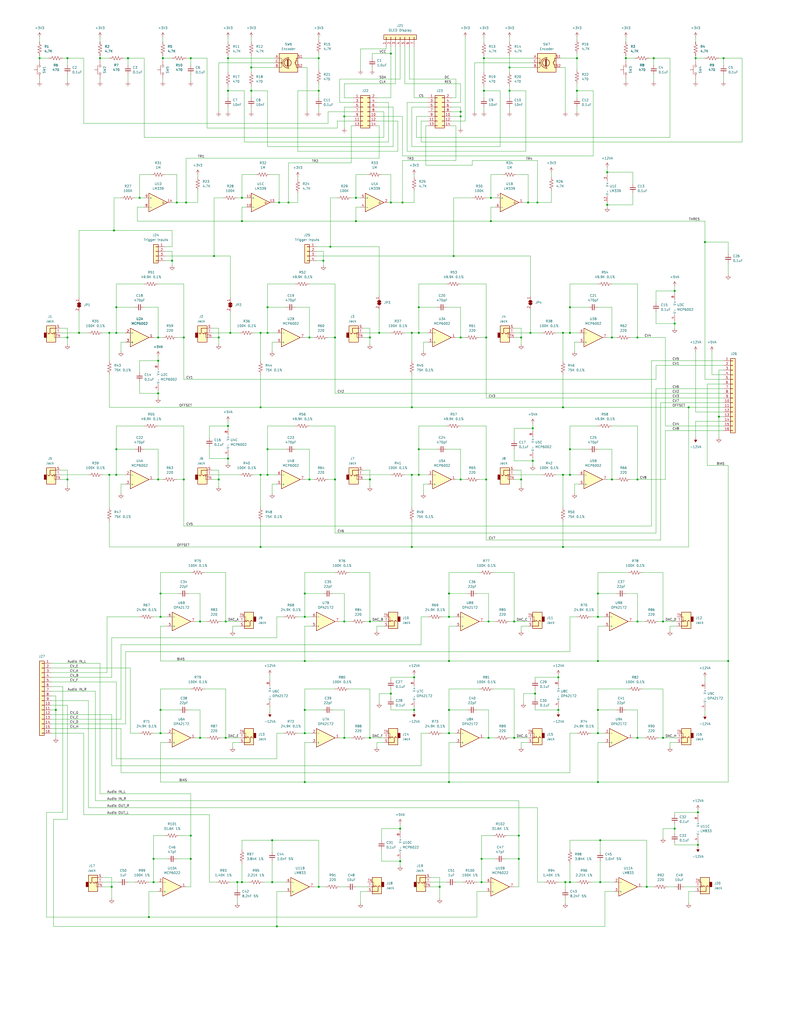
<source format=kicad_sch>
(kicad_sch (version 20230121) (generator eeschema)
  (paper "C" portrait)
  (title_block (title "O_C T4.1  Ornament and Crime optimized for Teensy 4.1") (date "July 12, 2024") (rev "rev3") (company "Copyright 2024 Paul Stoffregen, mxmxmx - CC BY-SA 4.0") (comment 1 "copies and derivitive works properly give attribution to mxmxmx.") (comment 2 "in September 2023: \"consider the NC requirement waived\".  Please ensure all") (comment 3 "Commercial usage is allowed.  Explicit permission from mxmxmx was given") (comment 4 "Portions derived from original Ornament and Crime, copyright by mxmxmx."))
  (junction (at 124.46 49.53))
  (junction (at 132.08 120.65))
  (junction (at 218.44 452.12))
  (junction (at 137.16 36.83))
  (junction (at 307.34 259.08))
  (junction (at 392.43 227.33))
  (junction (at 375.92 222.25))
  (junction (at 59.69 259.08))
  (junction (at 262.89 468.63))
  (junction (at 228.6 181.61))
  (junction (at 83.82 468.63))
  (junction (at 129.54 481.33))
  (junction (at 262.89 481.33))
  (junction (at 81.28 500.38))
  (junction (at 132.08 107.95))
  (junction (at 96.52 110.49))
  (junction (at 278.13 36.83))
  (junction (at 30.48 387.35))
  (junction (at 326.39 426.72))
  (junction (at 213.36 29.21))
  (junction (at 264.16 49.53))
  (junction (at 148.59 458.47))
  (junction (at 173.99 31.75))
  (junction (at 326.39 400.05))
  (junction (at 264.16 31.75))
  (junction (at 307.34 222.25))
  (junction (at 119.38 261.62))
  (junction (at 152.4 110.49))
  (junction (at 36.83 184.15))
  (junction (at 347.98 184.15))
  (junction (at 288.29 110.49))
  (junction (at 226.06 369.57))
  (junction (at 368.3 452.12))
  (junction (at 266.7 339.09))
  (junction (at 173.99 483.87))
  (junction (at 21.59 31.75))
  (junction (at 63.5 259.08))
  (junction (at 187.96 402.59))
  (junction (at 224.79 259.08))
  (junction (at 293.37 110.49))
  (junction (at 228.6 167.64))
  (junction (at 166.37 387.35))
  (junction (at 104.14 468.63))
  (junction (at 176.53 142.24))
  (junction (at 311.15 167.64))
  (junction (at 290.83 251.46))
  (junction (at 146.05 181.61))
  (junction (at 54.61 31.75))
  (junction (at 76.2 107.95))
  (junction (at 104.14 31.75))
  (junction (at 125.73 181.61))
  (junction (at 314.96 49.53))
  (junction (at 62.23 125.73))
  (junction (at 86.36 214.63))
  (junction (at 218.44 469.9))
  (junction (at 213.36 378.46))
  (junction (at 283.21 468.63))
  (junction (at 361.95 339.09))
  (junction (at 100.33 184.15))
  (junction (at 109.22 339.09))
  (junction (at 142.24 259.08))
  (junction (at 182.88 184.15))
  (junction (at 307.34 298.45))
  (junction (at 304.8 387.35))
  (junction (at 109.22 402.59))
  (junction (at 247.65 139.7))
  (junction (at 60.96 483.87))
  (junction (at 148.59 481.33))
  (junction (at 308.61 481.33))
  (junction (at 267.97 107.95))
  (junction (at 146.05 167.64))
  (junction (at 194.31 120.65))
  (junction (at 201.93 402.59))
  (junction (at 166.37 360.68))
  (junction (at 289.56 181.61))
  (junction (at 224.79 222.25))
  (junction (at 213.36 110.49))
  (junction (at 87.63 323.85))
  (junction (at 379.73 31.75))
  (junction (at 63.5 245.11))
  (junction (at 124.46 31.75))
  (junction (at 157.48 110.49))
  (junction (at 86.36 184.15))
  (junction (at 245.11 387.35))
  (junction (at 356.87 31.75))
  (junction (at 224.79 181.61))
  (junction (at 327.66 481.33))
  (junction (at 142.24 298.45))
  (junction (at 219.71 110.49))
  (junction (at 146.05 259.08))
  (junction (at 334.01 261.62))
  (junction (at 368.3 158.75))
  (junction (at 124.46 250.19))
  (junction (at 201.93 261.62))
  (junction (at 311.15 259.08))
  (junction (at 87.63 387.35))
  (junction (at 63.5 167.64))
  (junction (at 265.43 184.15))
  (junction (at 397.51 360.68))
  (junction (at 280.67 339.09))
  (junction (at 43.18 181.61))
  (junction (at 63.5 181.61))
  (junction (at 326.39 323.85))
  (junction (at 69.85 31.75))
  (junction (at 123.19 339.09))
  (junction (at 100.33 261.62))
  (junction (at 36.83 261.62))
  (junction (at 201.93 339.09))
  (junction (at 187.96 339.09))
  (junction (at 119.38 184.15))
  (junction (at 251.46 63.5))
  (junction (at 251.46 261.62))
  (junction (at 36.83 31.75))
  (junction (at 304.8 369.57))
  (junction (at 266.7 402.59))
  (junction (at 86.36 261.62))
  (junction (at 187.96 63.5))
  (junction (at 245.11 336.55))
  (junction (at 280.67 402.59))
  (junction (at 290.83 233.68))
  (junction (at 331.47 93.98))
  (junction (at 142.24 222.25))
  (junction (at 166.37 400.05))
  (junction (at 166.37 426.72))
  (junction (at 267.97 120.65))
  (junction (at 361.95 402.59))
  (junction (at 278.13 49.53))
  (junction (at 83.82 481.33))
  (junction (at 311.15 181.61))
  (junction (at 331.47 111.76))
  (junction (at 168.91 184.15))
  (junction (at 314.96 31.75))
  (junction (at 347.98 261.62))
  (junction (at 347.98 339.09))
  (junction (at 251.46 60.96))
  (junction (at 124.46 232.41))
  (junction (at 326.39 387.35))
  (junction (at 347.98 402.59))
  (junction (at 394.97 31.75))
  (junction (at 173.99 49.53))
  (junction (at 87.63 400.05))
  (junction (at 240.03 483.87))
  (junction (at 334.01 184.15))
  (junction (at 353.06 483.87))
  (junction (at 137.16 49.53))
  (junction (at 326.39 336.55))
  (junction (at 194.31 107.95))
  (junction (at 151.13 505.46))
  (junction (at 228.6 245.11))
  (junction (at 87.63 336.55))
  (junction (at 245.11 400.05))
  (junction (at 284.48 261.62))
  (junction (at 245.11 323.85))
  (junction (at 226.06 387.35))
  (junction (at 284.48 184.15))
  (junction (at 228.6 259.08))
  (junction (at 180.34 134.62))
  (junction (at 142.24 181.61))
  (junction (at 307.34 181.61))
  (junction (at 326.39 360.68))
  (junction (at 311.15 481.33))
  (junction (at 93.98 142.24))
  (junction (at 368.3 176.53))
  (junction (at 86.36 196.85))
  (junction (at 168.91 261.62))
  (junction (at 116.84 139.7))
  (junction (at 123.19 402.59))
  (junction (at 311.15 245.11))
  (junction (at 88.9 31.75))
  (junction (at 59.69 181.61))
  (junction (at 381 461.01))
  (junction (at 283.21 455.93))
  (junction (at 327.66 458.47))
  (junction (at 381 443.23))
  (junction (at 265.43 261.62))
  (junction (at 245.11 360.68))
  (junction (at 224.79 298.45))
  (junction (at 132.08 481.33))
  (junction (at 384.81 132.08))
  (junction (at 101.6 110.49))
  (junction (at 245.11 426.72))
  (junction (at 104.14 455.93))
  (junction (at 251.46 184.15))
  (junction (at 182.88 261.62))
  (junction (at 341.63 31.75))
  (junction (at 166.37 336.55))
  (junction (at 166.37 323.85))
  (junction (at 146.05 245.11))
  (junction (at 292.1 378.46))
  (junction (at 207.01 181.61))
  (junction (at 201.93 184.15))
  (wire (pts (xy 379.73 20.32) (xy 379.73 22.86)))
  (wire (pts (xy 261.62 312.42) (xy 245.11 312.42)))
  (wire (pts (xy 27.94 397.51) (xy 66.04 397.51)))
  (wire (pts (xy 341.63 31.75) (xy 346.71 31.75)))
  (wire (pts (xy 198.12 181.61) (xy 207.01 181.61)))
  (wire (pts (xy 226.06 368.3) (xy 226.06 369.57)))
  (wire (pts (xy 247.65 107.95) (xy 257.81 107.95)))
  (wire (pts (xy 300.99 93.98) (xy 300.99 96.52)))
  (wire (pts (xy 184.15 66.04) (xy 184.15 69.85)))
  (wire (pts (xy 132.08 463.55) (xy 132.08 458.47)))
  (wire (pts (xy 86.36 167.64) (xy 86.36 184.15)))
  (wire (pts (xy 246.38 58.42) (xy 251.46 58.42)))
  (wire (pts (xy 162.56 110.49) (xy 157.48 110.49)))
  (wire (pts (xy 307.34 181.61) (xy 311.15 181.61)))
  (wire (pts (xy 368.3 452.12) (xy 368.3 454.66)))
  (wire (pts (xy 379.73 224.79) (xy 379.73 191.77)))
  (wire (pts (xy 248.92 53.34) (xy 248.92 43.18)))
  (wire (pts (xy 93.98 142.24) (xy 93.98 144.78)))
  (wire (pts (xy 181.61 387.35) (xy 187.96 387.35)))
  (wire (pts (xy 52.07 436.88) (xy 283.21 436.88)))
  (wire (pts (xy 93.98 125.73) (xy 93.98 134.62)))
  (wire (pts (xy 219.71 110.49) (xy 213.36 110.49)))
  (wire (pts (xy 148.59 464.82) (xy 148.59 458.47)))
  (wire (pts (xy 229.87 77.47) (xy 405.13 77.47)))
  (wire (pts (xy 190.5 375.92) (xy 201.93 375.92)))
  (wire (pts (xy 87.63 341.63) (xy 87.63 360.68)))
  (wire (pts (xy 326.39 375.92) (xy 326.39 387.35)))
  (wire (pts (xy 63.5 232.41) (xy 63.5 245.11)))
  (wire (pts (xy 311.15 400.05) (xy 311.15 421.64)))
  (wire (pts (xy 326.39 387.35) (xy 326.39 400.05)))
  (wire (pts (xy 133.35 49.53) (xy 124.46 49.53)))
  (wire (pts (xy 179.07 67.31) (xy 45.72 67.31)))
  (wire (pts (xy 345.44 105.41) (xy 345.44 111.76)))
  (wire (pts (xy 246.38 66.04) (xy 254 66.04)))
  (wire (pts (xy 137.16 36.83) (xy 137.16 39.37)))
  (wire (pts (xy 179.07 184.15) (xy 182.88 184.15)))
  (wire (pts (xy 100.33 232.41) (xy 86.36 232.41)))
  (wire (pts (xy 361.95 452.12) (xy 361.95 457.2)))
  (wire (pts (xy 36.83 447.04) (xy 29.21 447.04)))
  (wire (pts (xy 182.88 312.42) (xy 166.37 312.42)))
  (wire (pts (xy 292.1 387.35) (xy 304.8 387.35)))
  (wire (pts (xy 394.97 199.39) (xy 358.14 199.39)))
  (wire (pts (xy 33.02 181.61) (xy 43.18 181.61)))
  (wire (pts (xy 120.65 402.59) (xy 123.19 402.59)))
  (wire (pts (xy 114.3 481.33) (xy 118.11 481.33)))
  (wire (pts (xy 205.74 58.42) (xy 214.63 58.42)))
  (wire (pts (xy 321.31 167.64) (xy 311.15 167.64)))
  (wire (pts (xy 152.4 95.25) (xy 152.4 110.49)))
  (wire (pts (xy 251.46 45.72) (xy 220.98 45.72)))
  (wire (pts (xy 101.6 86.36) (xy 207.01 86.36)))
  (wire (pts (xy 157.48 88.9) (xy 157.48 110.49)))
  (wire (pts (xy 68.58 264.16) (xy 66.04 264.16)))
  (wire (pts (xy 162.56 49.53) (xy 173.99 49.53)))
  (wire (pts (xy 220.98 259.08) (xy 224.79 259.08)))
  (wire (pts (xy 384.81 387.35) (xy 384.81 389.89)))
  (wire (pts (xy 314.96 336.55) (xy 311.15 336.55)))
  (wire (pts (xy 314.96 45.72) (xy 314.96 49.53)))
  (wire (pts (xy 172.72 134.62) (xy 180.34 134.62)))
  (wire (pts (xy 146.05 232.41) (xy 146.05 245.11)))
  (wire (pts (xy 27.94 389.89) (xy 60.96 389.89)))
  (wire (pts (xy 114.3 232.41) (xy 124.46 232.41)))
  (wire (pts (xy 27.94 382.27) (xy 48.26 382.27)))
  (wire (pts (xy 341.63 323.85) (xy 347.98 323.85)))
  (wire (pts (xy 375.92 298.45) (xy 307.34 298.45)))
  (wire (pts (xy 138.43 259.08) (xy 142.24 259.08)))
  (wire (pts (xy 280.67 312.42) (xy 280.67 339.09)))
  (wire (pts (xy 345.44 93.98) (xy 331.47 93.98)))
  (wire (pts (xy 358.14 290.83) (xy 182.88 290.83)))
  (wire (pts (xy 255.27 323.85) (xy 245.11 323.85)))
  (wire (pts (xy 218.44 449.58) (xy 218.44 452.12)))
  (wire (pts (xy 336.55 323.85) (xy 326.39 323.85)))
  (wire (pts (xy 182.88 214.63) (xy 182.88 184.15)))
  (wire (pts (xy 226.06 387.35) (xy 226.06 388.62)))
  (wire (pts (xy 45.72 67.31) (xy 45.72 31.75)))
  (wire (pts (xy 388.62 204.47) (xy 394.97 204.47)))
  (wire (pts (xy 59.69 298.45) (xy 142.24 298.45)))
  (wire (pts (xy 326.39 405.13) (xy 330.2 405.13)))
  (wire (pts (xy 36.83 184.15) (xy 36.83 187.96)))
  (wire (pts (xy 58.42 336.55) (xy 58.42 367.03)))
  (wire (pts (xy 232.41 90.17) (xy 257.81 90.17)))
  (wire (pts (xy 345.44 111.76) (xy 331.47 111.76)))
  (wire (pts (xy 88.9 31.75) (xy 88.9 30.48)))
  (wire (pts (xy 63.5 154.94) (xy 63.5 167.64)))
  (wire (pts (xy 201.93 312.42) (xy 201.93 339.09)))
  (wire (pts (xy 165.1 31.75) (xy 173.99 31.75)))
  (wire (pts (xy 213.36 378.46) (xy 213.36 381)))
  (wire (pts (xy 151.13 347.98) (xy 60.96 347.98)))
  (wire (pts (xy 266.7 387.35) (xy 266.7 402.59)))
  (wire (pts (xy 179.07 261.62) (xy 182.88 261.62)))
  (wire (pts (xy 289.56 181.61) (xy 295.91 181.61)))
  (wire (pts (xy 104.14 40.64) (xy 104.14 44.45)))
  (wire (pts (xy 27.94 364.49) (xy 71.12 364.49)))
  (wire (pts (xy 248.92 68.58) (xy 248.92 87.63)))
  (wire (pts (xy 280.67 375.92) (xy 280.67 402.59)))
  (wire (pts (xy 334.01 184.15) (xy 336.55 184.15)))
  (wire (pts (xy 274.32 95.25) (xy 267.97 95.25)))
  (wire (pts (xy 66.04 107.95) (xy 62.23 107.95)))
  (wire (pts (xy 290.83 251.46) (xy 290.83 254)))
  (wire (pts (xy 218.44 452.12) (xy 218.44 453.39)))
  (wire (pts (xy 264.16 20.32) (xy 264.16 22.86)))
  (wire (pts (xy 176.53 137.16) (xy 176.53 142.24)))
  (wire (pts (xy 379.73 44.45) (xy 379.73 43.18)))
  (wire (pts (xy 124.46 31.75) (xy 124.46 39.37)))
  (wire (pts (xy 30.48 379.73) (xy 30.48 387.35)))
  (wire (pts (xy 143.51 481.33) (xy 148.59 481.33)))
  (wire (pts (xy 224.79 204.47) (xy 224.79 222.25)))
  (wire (pts (xy 161.29 154.94) (xy 146.05 154.94)))
  (wire (pts (xy 347.98 154.94) (xy 334.01 154.94)))
  (wire (pts (xy 394.97 234.95) (xy 363.22 234.95)))
  (wire (pts (xy 54.61 20.32) (xy 54.61 22.86)))
  (wire (pts (xy 100.33 287.02) (xy 100.33 261.62)))
  (wire (pts (xy 111.76 312.42) (xy 123.19 312.42)))
  (wire (pts (xy 132.08 107.95) (xy 134.62 107.95)))
  (wire (pts (xy 173.99 49.53) (xy 173.99 53.34)))
  (wire (pts (xy 130.81 341.63) (xy 127 341.63)))
  (wire (pts (xy 201.93 179.07) (xy 201.93 184.15)))
  (wire (pts (xy 68.58 355.6) (xy 68.58 394.97)))
  (wire (pts (xy 394.97 209.55) (xy 386.08 209.55)))
  (wire (pts (xy 101.6 483.87) (xy 104.14 483.87)))
  (wire (pts (xy 233.68 400.05) (xy 229.87 400.05)))
  (wire (pts (xy 162.56 336.55) (xy 166.37 336.55)))
  (wire (pts (xy 148.59 458.47) (xy 173.99 458.47)))
  (wire (pts (xy 114.3 444.5) (xy 114.3 481.33)))
  (wire (pts (xy 228.6 154.94) (xy 228.6 167.64)))
  (wire (pts (xy 260.35 323.85) (xy 266.7 323.85)))
  (wire (pts (xy 86.36 213.36) (xy 86.36 214.63)))
  (wire (pts (xy 264.16 46.99) (xy 264.16 49.53)))
  (wire (pts (xy 313.69 186.69) (xy 313.69 191.77)))
  (wire (pts (xy 331.47 111.76) (xy 331.47 113.03)))
  (wire (pts (xy 142.24 204.47) (xy 142.24 222.25)))
  (wire (pts (xy 240.03 483.87) (xy 240.03 490.22)))
  (wire (pts (xy 226.06 110.49) (xy 219.71 110.49)))
  (wire (pts (xy 394.97 222.25) (xy 375.92 222.25)))
  (wire (pts (xy 210.82 26.67) (xy 196.85 26.67)))
  (wire (pts (xy 100.33 184.15) (xy 100.33 154.94)))
  (wire (pts (xy 83.82 400.05) (xy 87.63 400.05)))
  (wire (pts (xy 93.98 110.49) (xy 96.52 110.49)))
  (wire (pts (xy 161.29 232.41) (xy 146.05 232.41)))
  (wire (pts (xy 226.06 53.34) (xy 233.68 53.34)))
  (wire (pts (xy 63.5 167.64) (xy 63.5 181.61)))
  (wire (pts (xy 162.56 400.05) (xy 166.37 400.05)))
  (wire (pts (xy 397.51 132.08) (xy 384.81 132.08)))
  (wire (pts (xy 83.82 468.63) (xy 91.44 468.63)))
  (wire (pts (xy 345.44 339.09) (xy 347.98 339.09)))
  (wire (pts (xy 88.9 20.32) (xy 88.9 22.86)))
  (wire (pts (xy 198.12 256.54) (xy 201.93 256.54)))
  (wire (pts (xy 384.81 369.57) (xy 384.81 372.11)))
  (wire (pts (xy 154.94 336.55) (xy 151.13 336.55)))
  (wire (pts (xy 166.37 405.13) (xy 166.37 426.72)))
  (wire (pts (xy 184.15 69.85) (xy 113.03 69.85)))
  (wire (pts (xy 113.03 31.75) (xy 104.14 31.75)))
  (wire (pts (xy 86.36 214.63) (xy 86.36 217.17)))
  (wire (pts (xy 66.04 421.64) (xy 311.15 421.64)))
  (wire (pts (xy 106.68 339.09) (xy 109.22 339.09)))
  (wire (pts (xy 96.52 184.15) (xy 100.33 184.15)))
  (wire (pts (xy 219.71 63.5) (xy 219.71 85.09)))
  (wire (pts (xy 273.05 49.53) (xy 264.16 49.53)))
  (wire (pts (xy 166.37 336.55) (xy 170.18 336.55)))
  (wire (pts (xy 392.43 31.75) (xy 394.97 31.75)))
  (wire (pts (xy 290.83 34.29) (xy 259.08 34.29)))
  (wire (pts (xy 34.29 443.23) (xy 25.4 443.23)))
  (wire (pts (xy 293.37 110.49) (xy 288.29 110.49)))
  (wire (pts (xy 124.46 248.92) (xy 124.46 250.19)))
  (wire (pts (xy 96.52 95.25) (xy 90.17 95.25)))
  (wire (pts (xy 114.3 243.84) (xy 114.3 250.19)))
  (wire (pts (xy 60.96 483.87) (xy 60.96 490.22)))
  (wire (pts (xy 375.92 222.25) (xy 375.92 298.45)))
  (wire (pts (xy 71.12 400.05) (xy 71.12 364.49)))
  (wire (pts (xy 360.68 219.71) (xy 360.68 294.64)))
  (wire (pts (xy 266.7 323.85) (xy 266.7 339.09)))
  (wire (pts (xy 74.93 120.65) (xy 132.08 120.65)))
  (wire (pts (xy 69.85 31.75) (xy 69.85 35.56)))
  (wire (pts (xy 331.47 93.98) (xy 331.47 95.25)))
  (wire (pts (xy 27.94 379.73) (xy 30.48 379.73)))
  (wire (pts (xy 129.54 107.95) (xy 132.08 107.95)))
  (wire (pts (xy 76.2 203.2) (xy 76.2 196.85)))
  (wire (pts (xy 213.36 370.84) (xy 213.36 369.57)))
  (wire (pts (xy 243.84 232.41) (xy 228.6 232.41)))
  (wire (pts (xy 146.05 245.11) (xy 146.05 259.08)))
  (wire (pts (xy 248.92 184.15) (xy 251.46 184.15)))
  (wire (pts (xy 102.87 323.85) (xy 109.22 323.85)))
  (wire (pts (xy 137.16 58.42) (xy 137.16 60.96)))
  (wire (pts (xy 198.12 184.15) (xy 201.93 184.15)))
  (wire (pts (xy 208.28 452.12) (xy 218.44 452.12)))
  (wire (pts (xy 307.34 181.61) (xy 307.34 196.85)))
  (wire (pts (xy 205.74 405.13) (xy 205.74 407.67)))
  (wire (pts (xy 233.68 55.88) (xy 222.25 55.88)))
  (wire (pts (xy 104.14 31.75) (xy 101.6 31.75)))
  (wire (pts (xy 303.53 181.61) (xy 307.34 181.61)))
  (wire (pts (xy 187.96 387.35) (xy 187.96 402.59)))
  (wire (pts (xy 208.28 458.47) (xy 208.28 452.12)))
  (wire (pts (xy 347.98 184.15) (xy 347.98 154.94)))
  (wire (pts (xy 134.62 113.03) (xy 132.08 113.03)))
  (wire (pts (xy 231.14 264.16) (xy 231.14 269.24)))
  (wire (pts (xy 125.73 481.33) (xy 129.54 481.33)))
  (wire (pts (xy 187.96 58.42) (xy 187.96 63.5)))
  (wire (pts (xy 60.96 347.98) (xy 60.96 369.57)))
  (wire (pts (xy 191.77 107.95) (xy 194.31 107.95)))
  (wire (pts (xy 247.65 139.7) (xy 289.56 139.7)))
  (wire (pts (xy 269.24 312.42) (xy 280.67 312.42)))
  (wire (pts (xy 308.61 481.33) (xy 311.15 481.33)))
  (wire (pts (xy 248.92 87.63) (xy 219.71 87.63)))
  (wire (pts (xy 69.85 40.64) (xy 69.85 44.45)))
  (wire (pts (xy 229.87 336.55) (xy 229.87 351.79)))
  (wire (pts (xy 166.37 426.72) (xy 245.11 426.72)))
  (wire (pts (xy 290.83 250.19) (xy 290.83 251.46)))
  (wire (pts (xy 142.24 284.48) (xy 142.24 298.45)))
  (wire (pts (xy 219.71 85.09) (xy 323.85 85.09)))
  (wire (pts (xy 233.68 186.69) (xy 231.14 186.69)))
  (wire (pts (xy 36.83 31.75) (xy 36.83 35.56)))
  (wire (pts (xy 326.39 360.68) (xy 397.51 360.68)))
  (wire (pts (xy 267.97 113.03) (xy 270.51 113.03)))
  (wire (pts (xy 129.54 490.22) (xy 129.54 492.76)))
  (wire (pts (xy 45.72 444.5) (xy 114.3 444.5)))
  (wire (pts (xy 314.96 49.53) (xy 314.96 53.34)))
  (wire (pts (xy 151.13 400.05) (xy 151.13 414.02)))
  (wire (pts (xy 205.74 55.88) (xy 212.09 55.88)))
  (wire (pts (xy 185.42 402.59) (xy 187.96 402.59)))
  (wire (pts (xy 358.14 207.01) (xy 100.33 207.01)))
  (wire (pts (xy 226.06 95.25) (xy 226.06 96.52)))
  (wire (pts (xy 218.44 43.18) (xy 185.42 43.18)))
  (wire (pts (xy 307.34 204.47) (xy 307.34 222.25)))
  (wire (pts (xy 353.06 483.87) (xy 356.87 483.87)))
  (wire (pts (xy 86.36 196.85) (xy 86.36 198.12)))
  (wire (pts (xy 397.51 254) (xy 397.51 360.68)))
  (wire (pts (xy 63.5 245.11) (xy 63.5 259.08)))
  (wire (pts (xy 278.13 49.53) (xy 278.13 53.34)))
  (wire (pts (xy 115.57 184.15) (xy 119.38 184.15)))
  (wire (pts (xy 311.15 336.55) (xy 311.15 355.6)))
  (wire (pts (xy 266.7 402.59) (xy 270.51 402.59)))
  (wire (pts (xy 360.68 294.64) (xy 265.43 294.64)))
  (wire (pts (xy 96.52 110.49) (xy 96.52 95.25)))
  (wire (pts (xy 326.39 312.42) (xy 326.39 323.85)))
  (wire (pts (xy 341.63 44.45) (xy 341.63 43.18)))
  (wire (pts (xy 201.93 339.09) (xy 209.55 339.09)))
  (wire (pts (xy 290.83 231.14) (xy 290.83 233.68)))
  (wire (pts (xy 334.01 167.64) (xy 334.01 184.15)))
  (wire (pts (xy 97.79 387.35) (xy 87.63 387.35)))
  (wire (pts (xy 284.48 179.07) (xy 284.48 184.15)))
  (wire (pts (xy 281.94 95.25) (xy 288.29 95.25)))
  (wire (pts (xy 384.81 120.65) (xy 267.97 120.65)))
  (wire (pts (xy 34.29 31.75) (xy 36.83 31.75)))
  (wire (pts (xy 233.68 58.42) (xy 224.79 58.42)))
  (wire (pts (xy 86.36 261.62) (xy 88.9 261.62)))
  (wire (pts (xy 148.59 469.9) (xy 148.59 481.33)))
  (wire (pts (xy 36.83 40.64) (xy 36.83 44.45)))
  (wire (pts (xy 146.05 154.94) (xy 146.05 167.64)))
  (wire (pts (xy 55.88 181.61) (xy 59.69 181.61)))
  (wire (pts (xy 190.5 312.42) (xy 201.93 312.42)))
  (wire (pts (xy 345.44 100.33) (xy 345.44 93.98)))
  (wire (pts (xy 213.36 110.49) (xy 212.09 110.49)))
  (wire (pts (xy 303.53 259.08) (xy 307.34 259.08)))
  (wire (pts (xy 392.43 201.93) (xy 392.43 227.33)))
  (wire (pts (xy 27.94 387.35) (xy 30.48 387.35)))
  (wire (pts (xy 314.96 29.21) (xy 314.96 31.75)))
  (wire (pts (xy 228.6 245.11) (xy 228.6 259.08)))
  (wire (pts (xy 114.3 238.76) (xy 114.3 232.41)))
  (wire (pts (xy 55.88 483.87) (xy 60.96 483.87)))
  (wire (pts (xy 173.99 29.21) (xy 173.99 31.75)))
  (wire (pts (xy 248.92 481.33) (xy 252.73 481.33)))
  (wire (pts (xy 233.68 63.5) (xy 227.33 63.5)))
  (wire (pts (xy 331.47 184.15) (xy 334.01 184.15)))
  (wire (pts (xy 311.15 259.08) (xy 316.23 259.08)))
  (wire (pts (xy 180.34 107.95) (xy 180.34 134.62)))
  (wire (pts (xy 365.76 405.13) (xy 365.76 407.67)))
  (wire (pts (xy 350.52 312.42) (xy 361.95 312.42)))
  (wire (pts (xy 240.03 478.79) (xy 240.03 483.87)))
  (wire (pts (xy 361.95 375.92) (xy 361.95 402.59)))
  (wire (pts (xy 137.16 20.32) (xy 137.16 22.86)))
  (wire (pts (xy 361.95 452.12) (xy 368.3 452.12)))
  (wire (pts (xy 173.99 45.72) (xy 173.99 49.53)))
  (wire (pts (xy 285.75 378.46) (xy 292.1 378.46)))
  (wire (pts (xy 69.85 31.75) (xy 67.31 31.75)))
  (wire (pts (xy 394.97 40.64) (xy 394.97 44.45)))
  (wire (pts (xy 375.92 222.25) (xy 307.34 222.25)))
  (wire (pts (xy 233.68 66.04) (xy 229.87 66.04)))
  (wire (pts (xy 146.05 167.64) (xy 146.05 181.61)))
  (wire (pts (xy 176.53 323.85) (xy 166.37 323.85)))
  (wire (pts (xy 284.48 256.54) (xy 284.48 261.62)))
  (wire (pts (xy 83.82 468.63) (xy 83.82 481.33)))
  (wire (pts (xy 132.08 120.65) (xy 194.31 120.65)))
  (wire (pts (xy 327.66 464.82) (xy 327.66 458.47)))
  (wire (pts (xy 287.02 49.53) (xy 278.13 49.53)))
  (wire (pts (xy 278.13 30.48) (xy 278.13 36.83)))
  (wire (pts (xy 243.84 167.64) (xy 251.46 167.64)))
  (wire (pts (xy 104.14 455.93) (xy 104.14 468.63)))
  (wire (pts (xy 36.83 261.62) (xy 36.83 265.43)))
  (wire (pts (xy 54.61 433.07) (xy 104.14 433.07)))
  (wire (pts (xy 182.88 184.15) (xy 182.88 154.94)))
  (wire (pts (xy 124.46 49.53) (xy 124.46 53.34)))
  (wire (pts (xy 254 20.32) (xy 254 66.04)))
  (wire (pts (xy 269.24 455.93) (xy 262.89 455.93)))
  (wire (pts (xy 224.79 259.08) (xy 224.79 276.86)))
  (wire (pts (xy 358.14 165.1) (xy 358.14 158.75)))
  (wire (pts (xy 93.98 137.16) (xy 93.98 142.24)))
  (wire (pts (xy 86.36 486.41) (xy 81.28 486.41)))
  (wire (pts (xy 132.08 458.47) (xy 148.59 458.47)))
  (wire (pts (xy 161.29 167.64) (xy 168.91 167.64)))
  (wire (pts (xy 394.97 207.01) (xy 384.81 207.01)))
  (wire (pts (xy 73.66 245.11) (xy 63.5 245.11)))
  (wire (pts (xy 201.93 184.15) (xy 201.93 187.96)))
  (wire (pts (xy 91.44 341.63) (xy 87.63 341.63)))
  (wire (pts (xy 76.2 196.85) (xy 86.36 196.85)))
  (wire (pts (xy 132.08 95.25) (xy 132.08 107.95)))
  (wire (pts (xy 114.3 250.19) (xy 124.46 250.19)))
  (wire (pts (xy 215.9 45.72) (xy 187.96 45.72)))
  (wire (pts (xy 25.4 500.38) (xy 81.28 500.38)))
  (wire (pts (xy 326.39 426.72) (xy 326.39 405.13)))
  (wire (pts (xy 59.69 222.25) (xy 142.24 222.25)))
  (wire (pts (xy 386.08 254) (xy 397.51 254)))
  (wire (pts (xy 63.5 372.11) (xy 27.94 372.11)))
  (wire (pts (xy 364.49 483.87) (xy 368.3 483.87)))
  (wire (pts (xy 66.04 186.69) (xy 66.04 191.77)))
  (wire (pts (xy 224.79 284.48) (xy 224.79 298.45)))
  (wire (pts (xy 167.64 36.83) (xy 167.64 60.96)))
  (wire (pts (xy 280.67 233.68) (xy 290.83 233.68)))
  (wire (pts (xy 124.46 232.41) (xy 124.46 233.68)))
  (wire (pts (xy 292.1 378.46) (xy 292.1 381)))
  (wire (pts (xy 369.57 405.13) (xy 365.76 405.13)))
  (wire (pts (xy 196.85 26.67) (xy 196.85 38.1)))
  (wire (pts (xy 90.17 142.24) (xy 93.98 142.24)))
  (wire (pts (xy 265.43 232.41) (xy 251.46 232.41)))
  (wire (pts (xy 251.46 167.64) (xy 251.46 184.15)))
  (wire (pts (xy 199.39 339.09) (xy 201.93 339.09)))
  (wire (pts (xy 142.24 259.08) (xy 142.24 276.86)))
  (wire (pts (xy 356.87 31.75) (xy 356.87 35.56)))
  (wire (pts (xy 313.69 264.16) (xy 313.69 269.24)))
  (wire (pts (xy 132.08 471.17) (xy 132.08 481.33)))
  (wire (pts (xy 394.97 232.41) (xy 363.22 232.41)))
  (wire (pts (xy 292.1 369.57) (xy 304.8 369.57)))
  (wire (pts (xy 100.33 207.01) (xy 100.33 184.15)))
  (wire (pts (xy 207.01 86.36) (xy 207.01 68.58)))
  (wire (pts (xy 115.57 181.61) (xy 125.73 181.61)))
  (wire (pts (xy 238.76 167.64) (xy 228.6 167.64)))
  (wire (pts (xy 66.04 264.16) (xy 66.04 269.24)))
  (wire (pts (xy 115.57 261.62) (xy 119.38 261.62)))
  (wire (pts (xy 147.32 95.25) (xy 152.4 95.25)))
  (wire (pts (xy 304.8 369.57) (xy 304.8 370.84)))
  (wire (pts (xy 218.44 469.9) (xy 218.44 472.44)))
  (wire (pts (xy 194.31 483.87) (xy 200.66 483.87)))
  (wire (pts (xy 223.52 43.18) (xy 223.52 25.4)))
  (wire (pts (xy 88.9 31.75) (xy 88.9 33.02)))
  (wire (pts (xy 90.17 139.7) (xy 116.84 139.7)))
  (wire (pts (xy 217.17 66.04) (xy 217.17 82.55)))
  (wire (pts (xy 29.21 505.46) (xy 151.13 505.46)))
  (wire (pts (xy 137.16 49.53) (xy 137.16 53.34)))
  (wire (pts (xy 246.38 68.58) (xy 248.92 68.58)))
  (wire (pts (xy 326.39 323.85) (xy 326.39 336.55)))
  (wire (pts (xy 213.36 369.57) (xy 226.06 369.57)))
  (wire (pts (xy 311.15 463.55) (xy 311.15 458.47)))
  (wire (pts (xy 81.28 486.41) (xy 81.28 500.38)))
  (wire (pts (xy 182.88 261.62) (xy 182.88 232.41)))
  (wire (pts (xy 361.95 312.42) (xy 361.95 339.09)))
  (wire (pts (xy 101.6 86.36) (xy 101.6 110.49)))
  (wire (pts (xy 151.13 336.55) (xy 151.13 347.98)))
  (wire (pts (xy 251.46 184.15) (xy 254 184.15)))
  (wire (pts (xy 335.28 486.41) (xy 330.2 486.41)))
  (wire (pts (xy 269.24 375.92) (xy 280.67 375.92)))
  (wire (pts (xy 45.72 400.05) (xy 45.72 444.5)))
  (wire (pts (xy 334.01 245.11) (xy 334.01 261.62)))
  (wire (pts (xy 54.61 31.75) (xy 54.61 33.02)))
  (wire (pts (xy 33.02 256.54) (xy 36.83 256.54)))
  (wire (pts (xy 147.32 368.3) (xy 147.32 370.84)))
  (wire (pts (xy 290.83 233.68) (xy 290.83 234.95)))
  (wire (pts (xy 59.69 181.61) (xy 63.5 181.61)))
  (wire (pts (xy 213.36 29.21) (xy 213.36 53.34)))
  (wire (pts (xy 267.97 120.65) (xy 267.97 113.03)))
  (wire (pts (xy 285.75 378.46) (xy 285.75 383.54)))
  (wire (pts (xy 100.33 154.94) (xy 86.36 154.94)))
  (wire (pts (xy 58.42 367.03) (xy 27.94 367.03)))
  (wire (pts (xy 220.98 45.72) (xy 220.98 25.4)))
  (wire (pts (xy 278.13 36.83) (xy 278.13 39.37)))
  (wire (pts (xy 229.87 400.05) (xy 229.87 417.83)))
  (wire (pts (xy 78.74 232.41) (xy 63.5 232.41)))
  (wire (pts (xy 304.8 387.35) (xy 304.8 388.62)))
  (wire (pts (xy 331.47 261.62) (xy 334.01 261.62)))
  (wire (pts (xy 166.37 312.42) (xy 166.37 323.85)))
  (wire (pts (xy 264.16 30.48) (xy 264.16 31.75)))
  (wire (pts (xy 97.79 455.93) (xy 104.14 455.93)))
  (wire (pts (xy 25.4 443.23) (xy 25.4 500.38)))
  (wire (pts (xy 229.87 351.79) (xy 66.04 351.79)))
  (wire (pts (xy 365.76 341.63) (xy 365.76 344.17)))
  (wire (pts (xy 218.44 25.4) (xy 218.44 43.18)))
  (wire (pts (xy 311.15 471.17) (xy 311.15 481.33)))
  (wire (pts (xy 104.14 312.42) (xy 87.63 312.42)))
  (wire (pts (xy 194.31 113.03) (xy 194.31 120.65)))
  (wire (pts (xy 227.33 74.93) (xy 365.76 74.93)))
  (wire (pts (xy 187.96 402.59) (xy 191.77 402.59)))
  (wire (pts (xy 280.67 179.07) (xy 284.48 179.07)))
  (wire (pts (xy 293.37 87.63) (xy 257.81 87.63)))
  (wire (pts (xy 323.85 85.09) (xy 323.85 49.53)))
  (wire (pts (xy 218.44 468.63) (xy 218.44 469.9)))
  (wire (pts (xy 288.29 110.49) (xy 285.75 110.49)))
  (wire (pts (xy 82.55 95.25) (xy 76.2 95.25)))
  (wire (pts (xy 100.33 261.62) (xy 100.33 232.41)))
  (wire (pts (xy 228.6 181.61) (xy 233.68 181.61)))
  (wire (pts (xy 264.16 49.53) (xy 264.16 53.34)))
  (wire (pts (xy 336.55 387.35) (xy 326.39 387.35)))
  (wire (pts (xy 222.25 82.55) (xy 287.02 82.55)))
  (wire (pts (xy 73.66 107.95) (xy 76.2 107.95)))
  (wire (pts (xy 314.96 400.05) (xy 311.15 400.05)))
  (wire (pts (xy 127 405.13) (xy 127 407.67)))
  (wire (pts (xy 353.06 458.47) (xy 353.06 483.87)))
  (wire (pts (xy 388.62 191.77) (xy 388.62 204.47)))
  (wire (pts (xy 207.01 68.58) (xy 205.74 68.58)))
  (wire (pts (xy 54.61 31.75) (xy 54.61 30.48)))
  (wire (pts (xy 341.63 31.75) (xy 341.63 33.02)))
  (wire (pts (xy 76.2 107.95) (xy 78.74 107.95)))
  (wire (pts (xy 115.57 179.07) (xy 119.38 179.07)))
  (wire (pts (xy 304.8 481.33) (xy 308.61 481.33)))
  (wire (pts (xy 392.43 227.33) (xy 392.43 238.76)))
  (wire (pts (xy 115.57 256.54) (xy 119.38 256.54)))
  (wire (pts (xy 264.16 339.09) (xy 266.7 339.09)))
  (wire (pts (xy 125.73 162.56) (xy 125.73 139.7)))
  (wire (pts (xy 322.58 481.33) (xy 327.66 481.33)))
  (wire (pts (xy 226.06 386.08) (xy 226.06 387.35)))
  (wire (pts (xy 368.3 176.53) (xy 368.3 179.07)))
  (wire (pts (xy 170.18 341.63) (xy 166.37 341.63)))
  (wire (pts (xy 394.97 224.79) (xy 379.73 224.79)))
  (wire (pts (xy 27.94 400.05) (xy 45.72 400.05)))
  (wire (pts (xy 166.37 387.35) (xy 166.37 400.05)))
  (wire (pts (xy 213.36 25.4) (xy 213.36 29.21)))
  (wire (pts (xy 83.82 184.15) (xy 86.36 184.15)))
  (wire (pts (xy 86.36 184.15) (xy 88.9 184.15)))
  (wire (pts (xy 193.04 66.04) (xy 184.15 66.04)))
  (wire (pts (xy 129.54 481.33) (xy 129.54 485.14)))
  (wire (pts (xy 308.61 490.22) (xy 308.61 492.76)))
  (wire (pts (xy 96.52 468.63) (xy 104.14 468.63)))
  (wire (pts (xy 148.59 186.69) (xy 148.59 191.77)))
  (wire (pts (xy 245.11 405.13) (xy 245.11 426.72)))
  (wire (pts (xy 176.53 387.35) (xy 166.37 387.35)))
  (wire (pts (xy 166.37 184.15) (xy 168.91 184.15)))
  (wire (pts (xy 394.97 201.93) (xy 392.43 201.93)))
  (wire (pts (xy 344.17 261.62) (xy 347.98 261.62)))
  (wire (pts (xy 363.22 232.41) (xy 363.22 184.15)))
  (wire (pts (xy 201.93 256.54) (xy 201.93 261.62)))
  (wire (pts (xy 124.46 31.75) (xy 149.86 31.75)))
  (wire (pts (xy 347.98 232.41) (xy 334.01 232.41)))
  (wire (pts (xy 307.34 259.08) (xy 311.15 259.08)))
  (wire (pts (xy 83.82 336.55) (xy 87.63 336.55)))
  (wire (pts (xy 311.15 245.11) (xy 311.15 259.08)))
  (wire (pts (xy 289.56 161.29) (xy 289.56 139.7)))
  (wire (pts (xy 182.88 232.41) (xy 168.91 232.41)))
  (wire (pts (xy 43.18 162.56) (xy 43.18 125.73)))
  (wire (pts (xy 90.17 137.16) (xy 93.98 137.16)))
  (wire (pts (xy 241.3 336.55) (xy 245.11 336.55)))
  (wire (pts (xy 322.58 400.05) (xy 326.39 400.05)))
  (wire (pts (xy 280.67 181.61) (xy 289.56 181.61)))
  (wire (pts (xy 220.98 181.61) (xy 224.79 181.61)))
  (wire (pts (xy 347.98 261.62) (xy 347.98 232.41)))
  (wire (pts (xy 208.28 469.9) (xy 218.44 469.9)))
  (wire (pts (xy 147.32 386.08) (xy 147.32 388.62)))
  (wire (pts (xy 265.43 217.17) (xy 265.43 184.15)))
  (wire (pts (xy 245.11 375.92) (xy 245.11 387.35)))
  (wire (pts (xy 138.43 181.61) (xy 142.24 181.61)))
  (wire (pts (xy 87.63 375.92) (xy 87.63 387.35)))
  (wire (pts (xy 151.13 264.16) (xy 148.59 264.16)))
  (wire (pts (xy 358.14 158.75) (xy 368.3 158.75)))
  (wire (pts (xy 59.69 181.61) (xy 59.69 196.85)))
  (wire (pts (xy 365.76 74.93) (xy 365.76 31.75)))
  (wire (pts (xy 60.96 417.83) (xy 229.87 417.83)))
  (wire (pts (xy 300.99 104.14) (xy 300.99 110.49)))
  (wire (pts (xy 233.68 336.55) (xy 229.87 336.55)))
  (wire (pts (xy 326.39 167.64) (xy 334.01 167.64)))
  (wire (pts (xy 330.2 486.41) (xy 330.2 505.46)))
  (wire (pts (xy 162.56 105.41) (xy 162.56 110.49)))
  (wire (pts (xy 59.69 259.08) (xy 63.5 259.08)))
  (wire (pts (xy 392.43 227.33) (xy 394.97 227.33)))
  (wire (pts (xy 276.86 455.93) (xy 283.21 455.93)))
  (wire (pts (xy 314.96 58.42) (xy 314.96 60.96)))
  (wire (pts (xy 172.72 137.16) (xy 176.53 137.16)))
  (wire (pts (xy 104.14 433.07) (xy 104.14 455.93)))
  (wire (pts (xy 83.82 455.93) (xy 83.82 468.63)))
  (wire (pts (xy 170.18 405.13) (xy 166.37 405.13)))
  (wire (pts (xy 151.13 486.41) (xy 156.21 486.41)))
  (wire (pts (xy 280.67 184.15) (xy 284.48 184.15)))
  (wire (pts (xy 200.66 486.41) (xy 196.85 486.41)))
  (wire (pts (xy 172.72 139.7) (xy 247.65 139.7)))
  (wire (pts (xy 379.73 31.75) (xy 384.81 31.75)))
  (wire (pts (xy 280.67 483.87) (xy 283.21 483.87)))
  (wire (pts (xy 358.14 176.53) (xy 368.3 176.53)))
  (wire (pts (xy 251.46 55.88) (xy 251.46 45.72)))
  (wire (pts (xy 280.67 402.59) (xy 288.29 402.59)))
  (wire (pts (xy 48.26 382.27) (xy 48.26 440.69)))
  (wire (pts (xy 316.23 264.16) (xy 313.69 264.16)))
  (wire (pts (xy 265.43 294.64) (xy 265.43 261.62)))
  (wire (pts (xy 63.5 259.08) (xy 68.58 259.08)))
  (wire (pts (xy 168.91 184.15) (xy 171.45 184.15)))
  (wire (pts (xy 193.04 58.42) (xy 187.96 58.42)))
  (wire (pts (xy 203.2 31.75) (xy 203.2 29.21)))
  (wire (pts (xy 368.3 156.21) (xy 368.3 158.75)))
  (wire (pts (xy 205.74 63.5) (xy 219.71 63.5)))
  (wire (pts (xy 288.29 341.63) (xy 284.48 341.63)))
  (wire (pts (xy 27.94 394.97) (xy 68.58 394.97)))
  (wire (pts (xy 363.22 184.15) (xy 347.98 184.15)))
  (wire (pts (xy 91.44 405.13) (xy 87.63 405.13)))
  (wire (pts (xy 180.34 134.62) (xy 207.01 134.62)))
  (wire (pts (xy 191.77 88.9) (xy 157.48 88.9)))
  (wire (pts (xy 200.66 95.25) (xy 194.31 95.25)))
  (wire (pts (xy 59.69 259.08) (xy 59.69 276.86)))
  (wire (pts (xy 78.74 74.93) (xy 78.74 31.75)))
  (wire (pts (xy 27.94 369.57) (xy 60.96 369.57)))
  (wire (pts (xy 207.01 378.46) (xy 207.01 383.54)))
  (wire (pts (xy 62.23 107.95) (xy 62.23 125.73)))
  (wire (pts (xy 196.85 113.03) (xy 194.31 113.03)))
  (wire (pts (xy 86.36 245.11) (xy 86.36 261.62)))
  (wire (pts (xy 109.22 339.09) (xy 113.03 339.09)))
  (wire (pts (xy 234.95 481.33) (xy 243.84 481.33)))
  (wire (pts (xy 124.46 30.48) (xy 124.46 31.75)))
  (wire (pts (xy 307.34 259.08) (xy 307.34 276.86)))
  (wire (pts (xy 146.05 181.61) (xy 151.13 181.61)))
  (wire (pts (xy 246.38 60.96) (xy 251.46 60.96)))
  (wire (pts (xy 154.94 400.05) (xy 151.13 400.05)))
  (wire (pts (xy 308.61 481.33) (xy 308.61 485.14)))
  (wire (pts (xy 326.39 336.55) (xy 330.2 336.55)))
  (wire (pts (xy 68.58 186.69) (xy 66.04 186.69)))
  (wire (pts (xy 76.2 208.28) (xy 76.2 214.63)))
  (wire (pts (xy 267.97 107.95) (xy 270.51 107.95)))
  (wire (pts (xy 60.96 478.79) (xy 60.96 483.87)))
  (wire (pts (xy 166.37 375.92) (xy 166.37 387.35)))
  (wire (pts (xy 87.63 400.05) (xy 91.44 400.05)))
  (wire (pts (xy 205.74 66.04) (xy 217.17 66.04)))
  (wire (pts (xy 76.2 214.63) (xy 86.36 214.63)))
  (wire (pts (xy 347.98 387.35) (xy 347.98 402.59)))
  (wire (pts (xy 257.81 87.63) (xy 257.81 90.17)))
  (wire (pts (xy 119.38 256.54) (xy 119.38 261.62)))
  (wire (pts (xy 246.38 63.5) (xy 251.46 63.5)))
  (wire (pts (xy 251.46 261.62) (xy 254 261.62)))
  (wire (pts (xy 201.93 402.59) (xy 209.55 402.59)))
  (wire (pts (xy 311.15 232.41) (xy 311.15 245.11)))
  (wire (pts (xy 283.21 436.88) (xy 283.21 455.93)))
  (wire (pts (xy 187.96 53.34) (xy 193.04 53.34)))
  (wire (pts (xy 228.6 259.08) (xy 233.68 259.08)))
  (wire (pts (xy 304.8 368.3) (xy 304.8 369.57)))
  (wire (pts (xy 119.38 184.15) (xy 119.38 187.96)))
  (wire (pts (xy 227.33 63.5) (xy 227.33 74.93)))
  (wire (pts (xy 234.95 483.87) (xy 240.03 483.87)))
  (wire (pts (xy 278.13 20.32) (xy 278.13 22.86)))
  (wire (pts (xy 331.47 110.49) (xy 331.47 111.76)))
  (wire (pts (xy 69.85 481.33) (xy 73.66 481.33)))
  (wire (pts (xy 116.84 107.95) (xy 116.84 139.7)))
  (wire (pts (xy 311.15 154.94) (xy 311.15 167.64)))
  (wire (pts (xy 344.17 184.15) (xy 347.98 184.15)))
  (wire (pts (xy 243.84 245.11) (xy 251.46 245.11)))
  (wire (pts (xy 262.89 468.63) (xy 262.89 481.33)))
  (wire (pts (xy 375.92 486.41) (xy 375.92 492.76)))
  (wire (pts (xy 231.14 186.69) (xy 231.14 191.77)))
  (wire (pts (xy 21.59 20.32) (xy 21.59 22.86)))
  (wire (pts (xy 63.5 414.02) (xy 63.5 372.11)))
  (wire (pts (xy 347.98 402.59) (xy 351.79 402.59)))
  (wire (pts (xy 162.56 97.79) (xy 162.56 96.52)))
  (wire (pts (xy 149.86 36.83) (xy 137.16 36.83)))
  (wire (pts (xy 245.11 426.72) (xy 326.39 426.72)))
  (wire (pts (xy 33.02 184.15) (xy 36.83 184.15)))
  (wire (pts (xy 208.28 95.25) (xy 213.36 95.25)))
  (wire (pts (xy 278.13 46.99) (xy 278.13 49.53)))
  (wire (pts (xy 78.74 113.03) (xy 74.93 113.03)))
  (wire (pts (xy 179.07 60.96) (xy 193.04 60.96)))
  (wire (pts (xy 73.66 167.64) (xy 63.5 167.64)))
  (wire (pts (xy 232.41 68.58) (xy 232.41 90.17)))
  (wire (pts (xy 373.38 483.87) (xy 379.73 483.87)))
  (wire (pts (xy 368.3 461.01) (xy 381 461.01)))
  (wire (pts (xy 350.52 375.92) (xy 361.95 375.92)))
  (wire (pts (xy 142.24 181.61) (xy 146.05 181.61)))
  (wire (pts (xy 156.21 245.11) (xy 146.05 245.11)))
  (wire (pts (xy 341.63 20.32) (xy 341.63 22.86)))
  (wire (pts (xy 109.22 323.85) (xy 109.22 339.09)))
  (wire (pts (xy 78.74 167.64) (xy 86.36 167.64)))
  (wire (pts (xy 355.6 196.85) (xy 355.6 287.02)))
  (wire (pts (xy 381 443.23) (xy 381 444.5)))
  (wire (pts (xy 83.82 481.33) (xy 86.36 481.33)))
  (wire (pts (xy 379.73 238.76) (xy 379.73 229.87)))
  (wire (pts (xy 54.61 44.45) (xy 54.61 43.18)))
  (wire (pts (xy 248.92 43.18) (xy 223.52 43.18)))
  (wire (pts (xy 96.52 261.62) (xy 100.33 261.62)))
  (wire (pts (xy 261.62 184.15) (xy 265.43 184.15)))
  (wire (pts (xy 198.12 261.62) (xy 201.93 261.62)))
  (wire (pts (xy 205.74 341.63) (xy 205.74 344.17)))
  (wire (pts (xy 326.39 341.63) (xy 330.2 341.63)))
  (wire (pts (xy 87.63 360.68) (xy 166.37 360.68)))
  (wire (pts (xy 280.67 256.54) (xy 284.48 256.54)))
  (wire (pts (xy 226.06 369.57) (xy 226.06 370.84)))
  (wire (pts (xy 43.18 125.73) (xy 62.23 125.73)))
  (wire (pts (xy 394.97 212.09) (xy 358.14 212.09)))
  (wire (pts (xy 119.38 34.29) (xy 119.38 60.96)))
  (wire (pts (xy 173.99 483.87) (xy 177.8 483.87)))
  (wire (pts (xy 124.46 20.32) (xy 124.46 22.86)))
  (wire (pts (xy 166.37 341.63) (xy 166.37 360.68)))
  (wire (pts (xy 209.55 60.96) (xy 209.55 74.93)))
  (wire (pts (xy 203.2 36.83) (xy 203.2 38.1)))
  (wire (pts (xy 307.34 284.48) (xy 307.34 298.45)))
  (wire (pts (xy 45.72 31.75) (xy 36.83 31.75)))
  (wire (pts (xy 62.23 125.73) (xy 93.98 125.73)))
  (wire (pts (xy 278.13 36.83) (xy 290.83 36.83)))
  (wire (pts (xy 323.85 49.53) (xy 314.96 49.53)))
  (wire (pts (xy 384.81 132.08) (xy 384.81 120.65)))
  (wire (pts (xy 261.62 261.62) (xy 265.43 261.62)))
  (wire (pts (xy 33.02 179.07) (xy 36.83 179.07)))
  (wire (pts (xy 60.96 417.83) (xy 60.96 389.89)))
  (wire (pts (xy 151.13 186.69) (xy 148.59 186.69)))
  (wire (pts (xy 368.3 444.5) (xy 368.3 443.23)))
  (wire (pts (xy 168.91 261.62) (xy 171.45 261.62)))
  (wire (pts (xy 55.88 478.79) (xy 60.96 478.79)))
  (wire (pts (xy 129.54 481.33) (xy 132.08 481.33)))
  (wire (pts (xy 251.46 63.5) (xy 251.46 69.85)))
  (wire (pts (xy 278.13 58.42) (xy 278.13 60.96)))
  (wire (pts (xy 146.05 49.53) (xy 137.16 49.53)))
  (wire (pts (xy 326.39 232.41) (xy 311.15 232.41)))
  (wire (pts (xy 123.19 312.42) (xy 123.19 339.09)))
  (wire (pts (xy 289.56 168.91) (xy 289.56 181.61)))
  (wire (pts (xy 304.8 386.08) (xy 304.8 387.35)))
  (wire (pts (xy 265.43 261.62) (xy 265.43 232.41)))
  (wire (pts (xy 168.91 245.11) (xy 168.91 261.62)))
  (wire (pts (xy 243.84 154.94) (xy 228.6 154.94)))
  (wire (pts (xy 182.88 290.83) (xy 182.88 261.62)))
  (wire (pts (xy 397.51 426.72) (xy 326.39 426.72)))
  (wire (pts (xy 261.62 375.92) (xy 245.11 375.92)))
  (wire (pts (xy 229.87 66.04) (xy 229.87 77.47)))
  (wire (pts (xy 326.39 154.94) (xy 311.15 154.94)))
  (wire (pts (xy 142.24 222.25) (xy 224.79 222.25)))
  (wire (pts (xy 88.9 44.45) (xy 88.9 43.18)))
  (wire (pts (xy 185.42 55.88) (xy 193.04 55.88)))
  (wire (pts (xy 284.48 341.63) (xy 284.48 344.17)))
  (wire (pts (xy 115.57 259.08) (xy 130.81 259.08)))
  (wire (pts (xy 74.93 113.03) (xy 74.93 120.65)))
  (wire (pts (xy 209.55 74.93) (xy 78.74 74.93)))
  (wire (pts (xy 273.05 80.01) (xy 273.05 49.53)))
  (wire (pts (xy 314.96 31.75) (xy 314.96 38.1)))
  (wire (pts (xy 130.81 405.13) (xy 127 405.13)))
  (wire (pts (xy 107.95 95.25) (xy 107.95 96.52)))
  (wire (pts (xy 287.02 82.55) (xy 287.02 49.53)))
  (wire (pts (xy 210.82 25.4) (xy 210.82 26.67)))
  (wire (pts (xy 116.84 139.7) (xy 125.73 139.7)))
  (wire (pts (xy 27.94 377.19) (xy 52.07 377.19)))
  (wire (pts (xy 27.94 361.95) (xy 54.61 361.95)))
  (wire (pts (xy 283.21 455.93) (xy 283.21 468.63)))
  (wire (pts (xy 76.2 336.55) (xy 58.42 336.55)))
  (wire (pts (xy 384.81 207.01) (xy 384.81 132.08)))
  (wire (pts (xy 397.51 360.68) (xy 397.51 426.72)))
  (wire (pts (xy 106.68 402.59) (xy 109.22 402.59)))
  (wire (pts (xy 213.36 53.34) (xy 205.74 53.34)))
  (wire (pts (xy 213.36 387.35) (xy 226.06 387.35)))
  (wire (pts (xy 137.16 46.99) (xy 137.16 49.53)))
  (wire (pts (xy 133.35 77.47) (xy 133.35 49.53)))
  (wire (pts (xy 76.2 95.25) (xy 76.2 107.95)))
  (wire (pts (xy 30.48 387.35) (xy 30.48 402.59)))
  (wire (pts (xy 260.35 500.38) (xy 81.28 500.38)))
  (wire (pts (xy 208.28 463.55) (xy 208.28 469.9)))
  (wire (pts (xy 214.63 80.01) (xy 146.05 80.01)))
  (wire (pts (xy 350.52 483.87) (xy 353.06 483.87)))
  (wire (pts (xy 215.9 25.4) (xy 215.9 45.72)))
  (wire (pts (xy 394.97 217.17) (xy 265.43 217.17)))
  (wire (pts (xy 280.67 261.62) (xy 284.48 261.62)))
  (wire (pts (xy 292.1 386.08) (xy 292.1 387.35)))
  (wire (pts (xy 165.1 36.83) (xy 167.64 36.83)))
  (wire (pts (xy 259.08 34.29) (xy 259.08 60.96)))
  (wire (pts (xy 381 461.01) (xy 381 462.28)))
  (wire (pts (xy 326.39 360.68) (xy 326.39 341.63)))
  (wire (pts (xy 198.12 259.08) (xy 213.36 259.08)))
  (wire (pts (xy 224.79 80.01) (xy 273.05 80.01)))
  (wire (pts (xy 293.37 481.33) (xy 297.18 481.33)))
  (wire (pts (xy 194.31 95.25) (xy 194.31 107.95)))
  (wire (pts (xy 214.63 58.42) (xy 214.63 80.01)))
  (wire (pts (xy 342.9 375.92) (xy 326.39 375.92)))
  (wire (pts (xy 203.2 29.21) (xy 213.36 29.21)))
  (wire (pts (xy 119.38 261.62) (xy 119.38 265.43)))
  (wire (pts (xy 314.96 20.32) (xy 314.96 21.59)))
  (wire (pts (xy 124.46 250.19) (xy 124.46 252.73)))
  (wire (pts (xy 148.59 481.33) (xy 156.21 481.33)))
  (wire (pts (xy 245.11 312.42) (xy 245.11 323.85)))
  (wire (pts (xy 311.15 167.64) (xy 311.15 181.61)))
  (wire (pts (xy 265.43 154.94) (xy 251.46 154.94)))
  (wire (pts (xy 226.06 25.4) (xy 226.06 53.34)))
  (wire (pts (xy 187.96 339.09) (xy 191.77 339.09)))
  (wire (pts (xy 162.56 82.55) (xy 162.56 49.53)))
  (wire (pts (xy 146.05 259.08) (xy 151.13 259.08)))
  (wire (pts (xy 284.48 184.15) (xy 284.48 187.96)))
  (wire (pts (xy 123.19 402.59) (xy 130.81 402.59)))
  (wire (pts (xy 21.59 44.45) (xy 21.59 43.18)))
  (wire (pts (xy 347.98 339.09) (xy 351.79 339.09)))
  (wire (pts (xy 59.69 31.75) (xy 54.61 31.75)))
  (wire (pts (xy 262.89 481.33) (xy 265.43 481.33)))
  (wire (pts (xy 48.26 440.69) (xy 293.37 440.69)))
  (wire (pts (xy 397.51 143.51) (xy 397.51 149.86)))
  (wire (pts (xy 224.79 181.61) (xy 224.79 196.85)))
  (wire (pts (xy 125.73 181.61) (xy 130.81 181.61)))
  (wire (pts (xy 59.69 204.47) (xy 59.69 222.25)))
  (wire (pts (xy 248.92 341.63) (xy 245.11 341.63)))
  (wire (pts (xy 173.99 58.42) (xy 173.99 60.96)))
  (wire (pts (xy 311.15 355.6) (xy 68.58 355.6)))
  (wire (pts (xy 111.76 375.92) (xy 123.19 375.92)))
  (wire (pts (xy 168.91 167.64) (xy 168.91 184.15)))
  (wire (pts (xy 198.12 179.07) (xy 201.93 179.07)))
  (wire (pts (xy 226.06 104.14) (xy 226.06 110.49)))
  (wire (pts (xy 87.63 426.72) (xy 166.37 426.72)))
  (wire (pts (xy 137.16 30.48) (xy 137.16 36.83)))
  (wire (pts (xy 185.42 43.18) (xy 185.42 55.88)))
  (wire (pts (xy 182.88 154.94) (xy 168.91 154.94)))
  (wire (pts (xy 55.88 259.08) (xy 59.69 259.08)))
  (wire (pts (xy 264.16 31.75) (xy 290.83 31.75)))
  (wire (pts (xy 284.48 261.62) (xy 284.48 265.43)))
  (wire (pts (xy 36.83 179.07) (xy 36.83 184.15)))
  (wire (pts (xy 194.31 120.65) (xy 267.97 120.65)))
  (wire (pts (xy 212.09 55.88) (xy 212.09 77.47)))
  (wire (pts (xy 379.73 31.75) (xy 379.73 33.02)))
  (wire (pts (xy 156.21 167.64) (xy 146.05 167.64)))
  (wire (pts (xy 187.96 45.72) (xy 187.96 53.34)))
  (wire (pts (xy 246.38 55.88) (xy 251.46 55.88)))
  (wire (pts (xy 66.04 397.51) (xy 66.04 421.64)))
  (wire (pts (xy 228.6 232.41) (xy 228.6 245.11)))
  (wire (pts (xy 278.13 339.09) (xy 280.67 339.09)))
  (wire (pts (xy 260.35 387.35) (xy 266.7 387.35)))
  (wire (pts (xy 326.39 400.05) (xy 330.2 400.05)))
  (wire (pts (xy 248.92 405.13) (xy 245.11 405.13)))
  (wire (pts (xy 379.73 229.87) (xy 394.97 229.87)))
  (wire (pts (xy 224.79 259.08) (xy 228.6 259.08)))
  (wire (pts (xy 359.41 339.09) (xy 361.95 339.09)))
  (wire (pts (xy 265.43 184.15) (xy 265.43 154.94)))
  (wire (pts (xy 102.87 387.35) (xy 109.22 387.35)))
  (wire (pts (xy 87.63 323.85) (xy 87.63 336.55)))
  (wire (pts (xy 109.22 402.59) (xy 113.03 402.59)))
  (wire (pts (xy 224.79 181.61) (xy 228.6 181.61)))
  (wire (pts (xy 157.48 110.49) (xy 152.4 110.49)))
  (wire (pts (xy 241.3 400.05) (xy 245.11 400.05)))
  (wire (pts (xy 245.11 323.85) (xy 245.11 336.55)))
  (wire (pts (xy 124.46 46.99) (xy 124.46 49.53)))
  (wire (pts (xy 185.42 339.09) (xy 187.96 339.09)))
  (wire (pts (xy 260.35 486.41) (xy 260.35 500.38)))
  (wire (pts (xy 280.67 251.46) (xy 290.83 251.46)))
  (wire (pts (xy 151.13 414.02) (xy 63.5 414.02)))
  (wire (pts (xy 71.12 400.05) (xy 76.2 400.05)))
  (wire (pts (xy 245.11 400.05) (xy 248.92 400.05)))
  (wire (pts (xy 379.73 30.48) (xy 379.73 31.75)))
  (wire (pts (xy 132.08 113.03) (xy 132.08 120.65)))
  (wire (pts (xy 219.71 87.63) (xy 219.71 110.49)))
  (wire (pts (xy 327.66 458.47) (xy 353.06 458.47)))
  (wire (pts (xy 246.38 53.34) (xy 248.92 53.34)))
  (wire (pts (xy 86.36 194.31) (xy 86.36 196.85)))
  (wire (pts (xy 176.53 142.24) (xy 176.53 144.78)))
  (wire (pts (xy 104.14 31.75) (xy 104.14 35.56)))
  (wire (pts (xy 139.7 95.25) (xy 132.08 95.25)))
  (wire (pts (xy 368.3 449.58) (xy 368.3 452.12)))
  (wire (pts (xy 213.36 375.92) (xy 213.36 378.46)))
  (wire (pts (xy 245.11 341.63) (xy 245.11 360.68)))
  (wire (pts (xy 173.99 20.32) (xy 173.99 21.59)))
  (wire (pts (xy 87.63 387.35) (xy 87.63 400.05)))
  (wire (pts (xy 101.6 110.49) (xy 96.52 110.49)))
  (wire (pts (xy 93.98 31.75) (xy 88.9 31.75)))
  (wire (pts (xy 107.95 110.49) (xy 101.6 110.49)))
  (wire (pts (xy 142.24 298.45) (xy 224.79 298.45)))
  (wire (pts (xy 172.72 142.24) (xy 176.53 142.24)))
  (wire (pts (xy 354.33 31.75) (xy 356.87 31.75)))
  (wire (pts (xy 27.94 384.81) (xy 36.83 384.81)))
  (wire (pts (xy 234.95 478.79) (xy 240.03 478.79)))
  (wire (pts (xy 359.41 402.59) (xy 361.95 402.59)))
  (wire (pts (xy 34.29 374.65) (xy 34.29 443.23)))
  (wire (pts (xy 316.23 186.69) (xy 313.69 186.69)))
  (wire (pts (xy 81.28 481.33) (xy 83.82 481.33)))
  (wire (pts (xy 245.11 387.35) (xy 245.11 400.05)))
  (wire (pts (xy 171.45 483.87) (xy 173.99 483.87)))
  (wire (pts (xy 322.58 336.55) (xy 326.39 336.55)))
  (wire (pts (xy 358.14 212.09) (xy 358.14 290.83)))
  (wire (pts (xy 87.63 312.42) (xy 87.63 323.85)))
  (wire (pts (xy 278.13 402.59) (xy 280.67 402.59)))
  (wire (pts (xy 66.04 351.79) (xy 66.04 392.43)))
  (wire (pts (xy 311.15 481.33) (xy 314.96 481.33)))
  (wire (pts (xy 358.14 170.18) (xy 358.14 176.53)))
  (wire (pts (xy 201.93 375.92) (xy 201.93 402.59)))
  (wire (pts (xy 182.88 375.92) (xy 166.37 375.92)))
  (wire (pts (xy 207.01 378.46) (xy 213.36 378.46)))
  (wire (pts (xy 284.48 405.13) (xy 284.48 407.67)))
  (wire (pts (xy 123.19 375.92) (xy 123.19 402.59)))
  (wire (pts (xy 394.97 219.71) (xy 360.68 219.71)))
  (wire (pts (xy 266.7 339.09) (xy 270.51 339.09)))
  (wire (pts (xy 187.96 63.5) (xy 187.96 69.85)))
  (wire (pts (xy 262.89 468.63) (xy 270.51 468.63)))
  (wire (pts (xy 187.96 323.85) (xy 187.96 339.09)))
  (wire (pts (xy 119.38 179.07) (xy 119.38 184.15)))
  (wire (pts (xy 152.4 110.49) (xy 149.86 110.49)))
  (wire (pts (xy 97.79 323.85) (xy 87.63 323.85)))
  (wire (pts (xy 87.63 405.13) (xy 87.63 426.72)))
  (wire (pts (xy 142.24 181.61) (xy 142.24 196.85)))
  (wire (pts (xy 55.88 481.33) (xy 64.77 481.33)))
  (wire (pts (xy 26.67 31.75) (xy 21.59 31.75)))
  (wire (pts (xy 123.19 339.09) (xy 130.81 339.09)))
  (wire (pts (xy 217.17 82.55) (xy 162.56 82.55)))
  (wire (pts (xy 251.46 58.42) (xy 251.46 60.96)))
  (wire (pts (xy 224.79 298.45) (xy 307.34 298.45)))
  (wire (pts (xy 224.79 222.25) (xy 307.34 222.25)))
  (wire (pts (xy 104.14 468.63) (xy 104.14 483.87)))
  (wire (pts (xy 311.15 181.61) (xy 316.23 181.61)))
  (wire (pts (xy 181.61 323.85) (xy 187.96 323.85)))
  (wire (pts (xy 43.18 181.61) (xy 48.26 181.61)))
  (wire (pts (xy 194.31 107.95) (xy 196.85 107.95)))
  (wire (pts (xy 331.47 91.44) (xy 331.47 93.98)))
  (wire (pts (xy 308.61 36.83) (xy 308.61 60.96)))
  (wire (pts (xy 224.79 58.42) (xy 224.79 80.01)))
  (wire (pts (xy 146.05 80.01) (xy 146.05 49.53)))
  (wire (pts (xy 83.82 261.62) (xy 86.36 261.62)))
  (wire (pts (xy 142.24 259.08) (xy 146.05 259.08)))
  (wire (pts (xy 185.42 483.87) (xy 189.23 483.87)))
  (wire (pts (xy 358.14 199.39) (xy 358.14 207.01)))
  (wire (pts (xy 125.73 170.18) (xy 125.73 181.61)))
  (wire (pts (xy 93.98 134.62) (xy 90.17 134.62)))
  (wire (pts (xy 27.94 374.65) (xy 34.29 374.65)))
  (wire (pts (xy 43.18 170.18) (xy 43.18 181.61)))
  (wire (pts (xy 166.37 323.85) (xy 166.37 336.55)))
  (wire (pts (xy 166.37 400.05) (xy 170.18 400.05)))
  (wire (pts (xy 247.65 107.95) (xy 247.65 139.7)))
  (wire (pts (xy 365.76 31.75) (xy 356.87 31.75)))
  (wire (pts (xy 356.87 40.64) (xy 356.87 44.45)))
  (wire (pts (xy 21.59 30.48) (xy 21.59 31.75)))
  (wire (pts (xy 107.95 104.14) (xy 107.95 110.49)))
  (wire (pts (xy 109.22 387.35) (xy 109.22 402.59)))
  (wire (pts (xy 104.14 375.92) (xy 87.63 375.92)))
  (wire (pts (xy 205.74 60.96) (xy 209.55 60.96)))
  (wire (pts (xy 293.37 87.63) (xy 293.37 110.49)))
  (wire (pts (xy 330.2 505.46) (xy 151.13 505.46)))
  (wire (pts (xy 292.1 375.92) (xy 292.1 378.46)))
  (wire (pts (xy 255.27 387.35) (xy 245.11 387.35)))
  (wire (pts (xy 345.44 402.59) (xy 347.98 402.59)))
  (wire (pts (xy 264.16 402.59) (xy 266.7 402.59)))
  (wire (pts (xy 368.3 158.75) (xy 368.3 160.02)))
  (wire (pts (xy 213.36 386.08) (xy 213.36 387.35)))
  (wire (pts (xy 293.37 440.69) (xy 293.37 481.33)))
  (wire (pts (xy 21.59 31.75) (xy 21.59 33.02)))
  (wire (pts (xy 300.99 110.49) (xy 293.37 110.49)))
  (wire (pts (xy 292.1 370.84) (xy 292.1 369.57)))
  (wire (pts (xy 341.63 387.35) (xy 347.98 387.35)))
  (wire (pts (xy 347.98 323.85) (xy 347.98 339.09)))
  (wire (pts (xy 173.99 31.75) (xy 173.99 38.1)))
  (wire (pts (xy 27.94 392.43) (xy 66.04 392.43)))
  (wire (pts (xy 207.01 161.29) (xy 207.01 134.62)))
  (wire (pts (xy 280.67 245.11) (xy 280.67 251.46)))
  (wire (pts (xy 201.93 261.62) (xy 201.93 265.43)))
  (wire (pts (xy 90.17 455.93) (xy 83.82 455.93)))
  (wire (pts (xy 260.35 481.33) (xy 262.89 481.33)))
  (wire (pts (xy 280.67 339.09) (xy 288.29 339.09)))
  (wire (pts (xy 264.16 31.75) (xy 264.16 39.37)))
  (wire (pts (xy 368.3 443.23) (xy 381 443.23)))
  (wire (pts (xy 405.13 77.47) (xy 405.13 31.75)))
  (wire (pts (xy 347.98 261.62) (xy 363.22 261.62)))
  (wire (pts (xy 280.67 240.03) (xy 280.67 233.68)))
  (wire (pts (xy 394.97 214.63) (xy 182.88 214.63)))
  (wire (pts (xy 306.07 31.75) (xy 314.96 31.75)))
  (wire (pts (xy 381 459.74) (xy 381 461.01)))
  (wire (pts (xy 52.07 377.19) (xy 52.07 436.88)))
  (wire (pts (xy 368.3 175.26) (xy 368.3 176.53)))
  (wire (pts (xy 116.84 107.95) (xy 121.92 107.95)))
  (wire (pts (xy 233.68 264.16) (xy 231.14 264.16)))
  (wire (pts (xy 78.74 154.94) (xy 63.5 154.94)))
  (wire (pts (xy 267.97 95.25) (xy 267.97 107.95)))
  (wire (pts (xy 212.09 77.47) (xy 133.35 77.47)))
  (wire (pts (xy 386.08 209.55) (xy 386.08 254)))
  (wire (pts (xy 369.57 341.63) (xy 365.76 341.63)))
  (wire (pts (xy 394.97 31.75) (xy 394.97 35.56)))
  (wire (pts (xy 262.89 455.93) (xy 262.89 468.63)))
  (wire (pts (xy 327.66 469.9) (xy 327.66 481.33)))
  (wire (pts (xy 361.95 339.09) (xy 369.57 339.09)))
  (wire (pts (xy 280.67 259.08) (xy 295.91 259.08)))
  (wire (pts (xy 87.63 336.55) (xy 91.44 336.55)))
  (wire (pts (xy 213.36 95.25) (xy 213.36 110.49)))
  (wire (pts (xy 355.6 287.02) (xy 100.33 287.02)))
  (wire (pts (xy 251.46 245.11) (xy 251.46 261.62)))
  (wire (pts (xy 209.55 405.13) (xy 205.74 405.13)))
  (wire (pts (xy 78.74 31.75) (xy 69.85 31.75)))
  (wire (pts (xy 306.07 36.83) (xy 308.61 36.83)))
  (wire (pts (xy 36.83 256.54) (xy 36.83 261.62)))
  (wire (pts (xy 245.11 360.68) (xy 326.39 360.68)))
  (wire (pts (xy 199.39 402.59) (xy 201.93 402.59)))
  (wire (pts (xy 238.76 245.11) (xy 228.6 245.11)))
  (wire (pts (xy 265.43 486.41) (xy 260.35 486.41)))
  (wire (pts (xy 288.29 95.25) (xy 288.29 110.49)))
  (wire (pts (xy 78.74 245.11) (xy 86.36 245.11)))
  (wire (pts (xy 361.95 402.59) (xy 369.57 402.59)))
  (wire (pts (xy 222.25 55.88) (xy 222.25 82.55)))
  (wire (pts (xy 161.29 245.11) (xy 168.91 245.11)))
  (wire (pts (xy 149.86 34.29) (xy 119.38 34.29)))
  (wire (pts (xy 166.37 261.62) (xy 168.91 261.62)))
  (wire (pts (xy 264.16 58.42) (xy 264.16 60.96)))
  (wire (pts (xy 251.46 60.96) (xy 251.46 63.5)))
  (wire (pts (xy 191.77 68.58) (xy 191.77 88.9)))
  (wire (pts (xy 265.43 107.95) (xy 267.97 107.95)))
  (wire (pts (xy 321.31 245.11) (xy 311.15 245.11)))
  (wire (pts (xy 124.46 58.42) (xy 124.46 60.96)))
  (wire (pts (xy 381 441.96) (xy 381 443.23)))
  (wire (pts (xy 326.39 245.11) (xy 334.01 245.11)))
  (wire (pts (xy 173.99 458.47) (xy 173.99 483.87)))
  (wire (pts (xy 283.21 468.63) (xy 283.21 483.87)))
  (wire (pts (xy 275.59 468.63) (xy 283.21 468.63)))
  (wire (pts (xy 342.9 312.42) (xy 326.39 312.42)))
  (wire (pts (xy 363.22 234.95) (xy 363.22 261.62)))
  (wire (pts (xy 394.97 196.85) (xy 355.6 196.85)))
  (wire (pts (xy 209.55 341.63) (xy 205.74 341.63)))
  (wire (pts (xy 113.03 69.85) (xy 113.03 31.75)))
  (wire (pts (xy 397.51 138.43) (xy 397.51 132.08)))
  (wire (pts (xy 207.01 181.61) (xy 213.36 181.61)))
  (wire (pts (xy 207.01 168.91) (xy 207.01 181.61)))
  (wire (pts (xy 327.66 481.33) (xy 335.28 481.33)))
  (wire (pts (xy 180.34 107.95) (xy 184.15 107.95)))
  (wire (pts (xy 166.37 360.68) (xy 245.11 360.68)))
  (wire (pts (xy 127 341.63) (xy 127 344.17)))
  (wire (pts (xy 228.6 167.64) (xy 228.6 181.61)))
  (wire (pts (xy 179.07 60.96) (xy 179.07 67.31)))
  (wire (pts (xy 132.08 481.33) (xy 135.89 481.33)))
  (wire (pts (xy 233.68 68.58) (xy 232.41 68.58)))
  (wire (pts (xy 405.13 31.75) (xy 394.97 31.75)))
  (wire (pts (xy 187.96 63.5) (xy 193.04 63.5)))
  (wire (pts (xy 148.59 264.16) (xy 148.59 269.24)))
  (wire (pts (xy 196.85 486.41) (xy 196.85 492.76)))
  (wire (pts (xy 120.65 339.09) (xy 123.19 339.09)))
  (wire (pts (xy 368.3 459.74) (xy 368.3 461.01)))
  (wire (pts (xy 124.46 229.87) (xy 124.46 232.41)))
  (wire (pts (xy 29.21 447.04) (xy 29.21 505.46)))
  (wire (pts (xy 151.13 505.46) (xy 151.13 486.41)))
  (wire (pts (xy 341.63 30.48) (xy 341.63 31.75)))
  (wire (pts (xy 54.61 361.95) (xy 54.61 433.07)))
  (wire (pts (xy 379.73 486.41) (xy 375.92 486.41)))
  (wire (pts (xy 63.5 181.61) (xy 68.58 181.61)))
  (wire (pts (xy 193.04 68.58) (xy 191.77 68.58)))
  (wire (pts (xy 334.01 261.62) (xy 336.55 261.62)))
  (wire (pts (xy 33.02 259.08) (xy 48.26 259.08)))
  (wire (pts (xy 59.69 284.48) (xy 59.69 298.45)))
  (wire (pts (xy 245.11 336.55) (xy 248.92 336.55)))
  (wire (pts (xy 311.15 458.47) (xy 327.66 458.47)))
  (wire (pts (xy 288.29 405.13) (xy 284.48 405.13)))
  (wire (pts (xy 248.92 261.62) (xy 251.46 261.62)))
  (wire (pts (xy 33.02 261.62) (xy 36.83 261.62)))
  (wire (pts (xy 36.83 384.81) (xy 36.83 447.04)))
  (label "CV6" (at 184.15 290.83 0))
  (label "TR1" (at 107.95 86.36 0))
  (label "CV2" (at 184.15 214.63 0))
  (label "OFFSET" (at 96.52 298.45 0))
  (label "DAC_B" (at 203.2 339.09 0))
  (label "OFFSET" (at 367.03 222.25 0))
  (label "CV_E" (at 38.1 364.49 0))
  (label "TR4" (at 287.02 87.63 0))
  (label "BIAS" (at 391.16 254 0))
  (label "CV_B" (at 38.1 369.57 0))
  (label "CV_G" (at 38.1 389.89 0))
  (label "DC" (at 242.57 43.18 0))
  (label "TR2" (at 170.18 88.9 0))
  (label "DAC_C" (at 281.94 339.09 0))
  (label "Audio OUT_L" (at 58.42 444.5 0))
  (label "CV4" (at 351.79 184.15 0))
  (label "DAC_G" (at 281.94 402.59 0))
  (label "CV_D" (at 38.1 394.97 0))
  (label "CV4" (at 367.03 232.41 0))
  (label "Audio IN_L" (at 58.42 433.07 0))
  (label "CV3" (at 367.03 217.17 0))
  (label "Audio IN_R" (at 58.42 436.88 0))
  (label "CV8" (at 367.03 234.95 0))
  (label "CV_H" (at 38.1 397.51 0))
  (label "TR3" (at 222.25 87.63 0))
  (label "SDA" (at 207.01 43.18 0))
  (label "Audio IN_R" (at 36.83 377.19 0))
  (label "DAC_F" (at 203.2 402.59 0))
  (label "CLK" (at 207.01 45.72 0))
  (label "DAC_A" (at 124.46 339.09 0))
  (label "DAC_H" (at 363.22 402.59 0))
  (label "CS" (at 228.6 53.34 0))
  (label "CV5" (at 367.03 196.85 0))
  (label "DAC_E" (at 124.46 402.59 0))
  (label "THRES" (at 375.92 120.65 0))
  (label "CV3" (at 266.7 217.17 0))
  (label "CV6" (at 367.03 212.09 0))
  (label "BIAS" (at 97.79 426.72 0))
  (label "OFFSET" (at 97.79 222.25 0))
  (label "Audio IN_L" (at 36.83 361.95 0))
  (label "CV_F" (at 38.1 372.11 0))
  (label "CV1" (at 101.6 207.01 0))
  (label "CV8" (at 349.25 261.62 0))
  (label "CV2" (at 367.03 214.63 0))
  (label "CV7" (at 367.03 219.71 0))
  (label "CV5" (at 101.6 287.02 0))
  (label "RES" (at 242.57 45.72 0))
  (label "CV7" (at 266.7 294.64 0))
  (label "CV1" (at 367.03 199.39 0))
  (label "CV_C" (at 38.1 392.43 0))
  (label "DAC_D" (at 363.22 339.09 0))
  (label "VCC" (at 207.01 29.21 0))
  (label "Audio OUT_R" (at 58.42 440.69 0))
  (label "CV_A" (at 38.1 367.03 0))
  (label "BIAS" (at 96.52 360.68 0))
  (symbol (lib_id "power:GND") (at 196.85 492.76 0) (unit 1)
    (property "Reference" "#PWR0132" (effects hide))
    (property "Value" "GND" (effects hide))
  )
  (symbol (lib_id "Amplifier_Operational:MCP6002-xSN") (at 99.06 339.09 0) (mirror x) (unit 2)
    (property "Reference" "U6" (at 99.06 328.93 0))
    (property "Value" "OPA2172" (at 99.06 331.47 0))
    (property "Datasheet" "http://ww1.microchip.com/downloads/en/DeviceDoc/21733j.pdf" (effects hide))
  )
  (symbol (lib_id "Device:C_Small") (at 114.3 241.3 0) (unit 1)
    (property "Reference" "C16" (at 116.84 240.0362 0) (effects (justify left)))
    (property "Value" "0.1uF" (at 116.84 242.5762 0) (effects (justify left)))
  )
  (symbol (lib_id "Device:R_US") (at 330.2 232.41 90) (unit 1)
    (property "Reference" "R58" (at 330.2 226.06 90))
    (property "Value" "49.9K 0.1%" (at 330.2 228.6 90))
  )
  (symbol (lib_id "power:GND") (at 392.43 238.76 0) (unit 1)
    (property "Reference" "#PWR0168" (effects hide))
    (property "Value" "GND" (effects hide))
  )
  (symbol (lib_id "Device:C_Small") (at 394.97 38.1 0) (unit 1)
    (property "Reference" "C5" (at 397.51 36.8362 0) (effects (justify left)))
    (property "Value" "0.1uF" (at 397.51 39.3762 0) (effects (justify left)))
  )
  (symbol (lib_id "power:Earth") (at 21.59 44.45 0) (unit 1)
    (property "Reference" "#PWR0170" (effects hide))
    (property "Value" "Earth" (effects hide))
  )
  (symbol (lib_id "Device:R_US") (at 143.51 95.25 90) (unit 1)
    (property "Reference" "R32" (at 143.51 88.9 90))
    (property "Value" "1M" (at 143.51 91.44 90))
  )
  (symbol (lib_id "Device:C_Small") (at 129.54 487.68 180) (unit 1)
    (property "Reference" "C42" (at 132.08 486.4036 0) (effects (justify right)))
    (property "Value" "8.2nF 5%" (at 132.08 488.9436 0) (effects (justify right)))
  )
  (symbol (lib_id "Switch:SW_Push") (at 54.61 38.1 90) (unit 1)
    (property "Reference" "SW2" (at 57.15 38.1 0))
    (property "Value" "SW_Push" (effects hide))
  )
  (symbol (lib_id "Device:R_US") (at 341.63 26.67 0) (unit 1)
    (property "Reference" "R3" (at 344.17 25.3999 0) (effects (justify left)))
    (property "Value" "4.7K" (at 344.17 27.9399 0) (effects (justify left)))
  )
  (symbol (lib_id "Connector_Generic:Conn_01x07") (at 218.44 20.32 90) (unit 1)
    (property "Reference" "J21" (at 218.44 13.97 90))
    (property "Value" "OLED Display" (at 218.44 16.51 90))
  )
  (symbol (lib_id "Device:R_US") (at 116.84 402.59 90) (unit 1)
    (property "Reference" "R87" (at 116.84 396.24 90))
    (property "Value" "220" (at 116.84 398.78 90))
  )
  (symbol (lib_id "Device:R_US") (at 318.77 336.55 90) (unit 1)
    (property "Reference" "R70" (at 318.77 330.2 90))
    (property "Value" "24.9K 0.1%" (at 318.77 332.74 90))
  )
  (symbol (lib_id "Connector:AudioJack2_SwitchT") (at 110.49 181.61 0) (unit 1)
    (property "Reference" "J2" (at 109.855 172.72 0))
    (property "Value" "Jack" (at 109.855 175.26 0))
  )
  (symbol (lib_id "Device:C_Small") (at 69.85 38.1 0) (unit 1)
    (property "Reference" "C3" (at 72.39 36.8362 0) (effects (justify left)))
    (property "Value" "0.1uF" (at 72.39 39.3762 0) (effects (justify left)))
  )
  (symbol (lib_id "power:Earth") (at 251.46 69.85 0) (unit 1)
    (property "Reference" "#PWR0151" (effects hide))
    (property "Value" "Earth" (effects hide))
  )
  (symbol (lib_id "power:Earth") (at 278.13 60.96 0) (unit 1)
    (property "Reference" "#PWR0149" (effects hide))
    (property "Value" "Earth" (effects hide))
  )
  (symbol (lib_id "Amplifier_Operational:MCP6002-xSN") (at 88.9 205.74 0) (unit 3)
    (property "Reference" "U2" (at 87.63 204.4699 0) (effects (justify left)))
    (property "Value" "MCP6002" (at 87.63 207.0099 0) (effects (justify left)))
    (property "Datasheet" "http://ww1.microchip.com/downloads/en/DeviceDoc/21733j.pdf" (effects hide))
  )
  (symbol (lib_id "Connector:AudioJack2_SwitchT") (at 275.59 259.08 0) (unit 1)
    (property "Reference" "J8" (at 274.955 250.19 0))
    (property "Value" "Jack" (at 274.955 252.73 0))
  )
  (symbol (lib_id "Device:R_US") (at 142.24 200.66 0) (unit 1)
    (property "Reference" "R44" (at 144.78 199.3899 0) (effects (justify left)))
    (property "Value" "75K 0.1%" (at 144.78 201.9299 0) (effects (justify left)))
  )
  (symbol (lib_id "power:-12VA") (at 381 462.28 0) (mirror x) (unit 1)
    (property "Reference" "#PWR0105" (effects hide))
    (property "Value" "-12VA" (at 381 467.36 0))
  )
  (symbol (lib_id "Device:R_US") (at 273.05 455.93 90) (unit 1)
    (property "Reference" "R102" (at 273.05 449.58 90))
    (property "Value" "31.6K 1%" (at 273.05 452.12 90))
  )
  (symbol (lib_id "power:Earth") (at 173.99 60.96 0) (unit 1)
    (property "Reference" "#PWR0157" (effects hide))
    (property "Value" "Earth" (effects hide))
  )
  (symbol (lib_id "power:+5VA") (at 290.83 231.14 0) (unit 1)
    (property "Reference" "#PWR0161" (effects hide))
    (property "Value" "+5VA" (at 290.83 226.06 0))
  )
  (symbol (lib_id "power:+12VA") (at 304.8 368.3 0) (unit 1)
    (property "Reference" "#PWR0114" (effects hide))
    (property "Value" "+12VA" (at 304.8 363.22 0))
  )
  (symbol (lib_id "Jumper:SolderJumper_2_Bridged") (at 125.73 166.37 270) (unit 1)
    (property "Reference" "JP2" (at 128.27 166.37 90) (effects (justify left)))
    (property "Value" "SolderJumper_2_Bridged" (effects hide))
  )
  (symbol (lib_id "Device:R_US") (at 330.2 154.94 90) (unit 1)
    (property "Reference" "R54" (at 330.2 148.59 90))
    (property "Value" "49.9K 0.1%" (at 330.2 151.13 90))
  )
  (symbol (lib_id "Device:R_US") (at 121.92 481.33 90) (unit 1)
    (property "Reference" "R93" (at 121.92 474.98 90))
    (property "Value" "1.40K 1%" (at 121.92 477.52 90))
  )
  (symbol (lib_id "Device:C_Small") (at 292.1 373.38 0) (unit 1)
    (property "Reference" "C29" (at 294.64 372.1162 0) (effects (justify left)))
    (property "Value" "0.1uF" (at 294.64 374.6562 0) (effects (justify left)))
  )
  (symbol (lib_id "Device:R_US") (at 355.6 402.59 90) (unit 1)
    (property "Reference" "R90" (at 355.6 396.24 90))
    (property "Value" "220" (at 355.6 398.78 90))
  )
  (symbol (lib_id "Device:C_Small") (at 264.16 55.88 0) (unit 1)
    (property "Reference" "C9" (at 266.7 54.6162 0) (effects (justify left)))
    (property "Value" "10nF" (at 266.7 57.1562 0) (effects (justify left)))
  )
  (symbol (lib_id "power:Earth") (at 259.08 60.96 0) (unit 1)
    (property "Reference" "#PWR0199" (effects hide))
    (property "Value" "Earth" (effects hide))
  )
  (symbol (lib_id "Device:R_US") (at 299.72 259.08 90) (unit 1)
    (property "Reference" "R42" (at 299.72 252.73 90))
    (property "Value" "100K 0.1%" (at 299.72 255.27 90))
  )
  (symbol (lib_id "Device:RotaryEncoder_Switch") (at 298.45 34.29 0) (unit 1)
    (property "Reference" "SW7" (at 298.45 24.13 0))
    (property "Value" "Encoder" (at 298.45 26.67 0))
  )
  (symbol (lib_id "Device:C_Small") (at 100.33 387.35 270) (unit 1)
    (property "Reference" "C38" (at 100.3236 381 90))
    (property "Value" "22pF" (at 100.3236 383.54 90))
  )
  (symbol (lib_id "Device:R_US") (at 388.62 31.75 270) (unit 1)
    (property "Reference" "R9" (at 388.62 35.56 90))
    (property "Value" "470" (at 388.62 38.1 90))
  )
  (symbol (lib_id "Device:R_US") (at 54.61 26.67 0) (unit 1)
    (property "Reference" "R2" (at 57.15 25.3999 0) (effects (justify left)))
    (property "Value" "4.7K" (at 57.15 27.9399 0) (effects (justify left)))
  )
  (symbol (lib_id "power:GND") (at 66.04 269.24 0) (unit 1)
    (property "Reference" "#PWR0134" (effects hide))
    (property "Value" "GND" (effects hide))
  )
  (symbol (lib_id "Device:C_Small") (at 358.14 167.64 0) (unit 1)
    (property "Reference" "C15" (at 360.68 166.3762 0) (effects (justify left)))
    (property "Value" "0.1uF" (at 360.68 168.9162 0) (effects (justify left)))
  )
  (symbol (lib_id "power:GND") (at 365.76 344.17 0) (unit 1)
    (property "Reference" "#PWR0124" (effects hide))
    (property "Value" "GND" (effects hide))
  )
  (symbol (lib_id "power:GND") (at 119.38 187.96 0) (unit 1)
    (property "Reference" "#PWR0139" (effects hide))
    (property "Value" "GND" (effects hide))
  )
  (symbol (lib_id "Device:R_US") (at 88.9 26.67 0) (unit 1)
    (property "Reference" "R5" (at 91.44 25.3999 0) (effects (justify left)))
    (property "Value" "4.7K" (at 91.44 27.9399 0) (effects (justify left)))
  )
  (symbol (lib_id "power:GND") (at 284.48 344.17 0) (unit 1)
    (property "Reference" "#PWR0127" (effects hide))
    (property "Value" "GND" (effects hide))
  )
  (symbol (lib_id "Device:R_US") (at 224.79 280.67 0) (unit 1)
    (property "Reference" "R49" (at 227.33 279.3999 0) (effects (justify left)))
    (property "Value" "75K 0.1%" (at 227.33 281.9399 0) (effects (justify left)))
  )
  (symbol (lib_id "Amplifier_Operational:MCP6002-xSN") (at 76.2 184.15 0) (mirror x) (unit 1)
    (property "Reference" "U2" (at 76.2 173.99 0))
    (property "Value" "MCP6002" (at 76.2 176.53 0))
    (property "Datasheet" "http://ww1.microchip.com/downloads/en/DeviceDoc/21733j.pdf" (effects hide))
  )
  (symbol (lib_id "Device:R_US") (at 162.56 101.6 0) (unit 1)
    (property "Reference" "R24" (at 165.1 100.3299 0) (effects (justify left)))
    (property "Value" "4.7K" (at 165.1 102.8699 0) (effects (justify left)))
  )
  (symbol (lib_id "Amplifier_Operational:MCP6002-xSN") (at 163.83 483.87 0) (mirror x) (unit 2)
    (property "Reference" "U11" (at 163.83 473.71 0))
    (property "Value" "LM833" (at 163.83 476.25 0))
    (property "Datasheet" "http://ww1.microchip.com/downloads/en/DeviceDoc/21733j.pdf" (effects hide))
  )
  (symbol (lib_id "power:GND") (at 201.93 187.96 0) (unit 1)
    (property "Reference" "#PWR0163" (effects hide))
    (property "Value" "GND" (effects hide))
  )
  (symbol (lib_id "Amplifier_Operational:MCP6002-xSN") (at 177.8 402.59 0) (mirror x) (unit 1)
    (property "Reference" "U7" (at 177.8 392.43 0))
    (property "Value" "OPA2172" (at 177.8 394.97 0))
    (property "Datasheet" "http://ww1.microchip.com/downloads/en/DeviceDoc/21733j.pdf" (effects hide))
  )
  (symbol (lib_id "power:+3.3V") (at 21.59 20.32 0) (unit 1)
    (property "Reference" "#PWR0172" (effects hide))
    (property "Value" "+3.3V" (at 21.59 15.24 0))
  )
  (symbol (lib_id "Jumper:SolderJumper_2_Bridged") (at 207.01 165.1 270) (unit 1)
    (property "Reference" "JP3" (at 209.55 165.1 90) (effects (justify left)))
    (property "Value" "SolderJumper_2_Bridged" (effects hide))
  )
  (symbol (lib_id "Connector_Generic:Conn_02x07_Odd_Even") (at 238.76 60.96 0) (unit 1)
    (property "Reference" "J23" (at 240.03 49.53 0))
    (property "Value" "Conn_02x07" (effects hide))
  )
  (symbol (lib_id "Device:R_US") (at 158.75 400.05 90) (unit 1)
    (property "Reference" "R72" (at 158.75 393.7 90))
    (property "Value" "24.9K 0.1%" (at 158.75 396.24 90))
  )
  (symbol (lib_id "Device:R_US") (at 165.1 154.94 90) (unit 1)
    (property "Reference" "R52" (at 165.1 148.59 90))
    (property "Value" "49.9K 0.1%" (at 165.1 151.13 90))
  )
  (symbol (lib_id "Device:C_Small") (at 158.75 167.64 270) (unit 1)
    (property "Reference" "C19" (at 158.7436 161.29 90))
    (property "Value" "470pF" (at 158.7436 163.83 90))
  )
  (symbol (lib_id "Connector:AudioJack2_SwitchT") (at 50.8 481.33 0) (unit 1)
    (property "Reference" "J17" (at 50.165 472.44 0))
    (property "Value" "Jack" (at 50.165 474.98 0))
  )
  (symbol (lib_id "power:+3.3V") (at 88.9 20.32 0) (unit 1)
    (property "Reference" "#PWR0173" (effects hide))
    (property "Value" "+3.3V" (at 88.9 15.24 0))
  )
  (symbol (lib_id "Amplifier_Operational:MCP6002-xSN") (at 383.54 452.12 0) (unit 3)
    (property "Reference" "U11" (at 382.27 450.8499 0) (effects (justify left)))
    (property "Value" "LM833" (at 382.27 453.3899 0) (effects (justify left)))
    (property "Datasheet" "http://ww1.microchip.com/downloads/en/DeviceDoc/21733j.pdf" (effects hide))
  )
  (symbol (lib_id "power:+12VA") (at 379.73 191.77 0) (unit 1)
    (property "Reference" "#PWR0164" (effects hide))
    (property "Value" "+12VA" (at 379.73 186.69 0))
  )
  (symbol (lib_id "Connector_Generic:Conn_01x04") (at 167.64 137.16 0) (mirror y) (unit 1)
    (property "Reference" "J25" (at 167.64 128.27 0))
    (property "Value" "Trigger Inputs" (at 167.64 130.81 0))
  )
  (symbol (lib_id "power:GND") (at 66.04 191.77 0) (unit 1)
    (property "Reference" "#PWR0143" (effects hide))
    (property "Value" "GND" (effects hide))
  )
  (symbol (lib_id "power:+3.3V") (at 341.63 20.32 0) (unit 1)
    (property "Reference" "#PWR0184" (effects hide))
    (property "Value" "+3.3V" (at 341.63 15.24 0))
  )
  (symbol (lib_id "power:Earth") (at 54.61 44.45 0) (unit 1)
    (property "Reference" "#PWR0179" (effects hide))
    (property "Value" "Earth" (effects hide))
  )
  (symbol (lib_id "Device:R_US") (at 52.07 181.61 90) (unit 1)
    (property "Reference" "R35" (at 52.07 175.26 90))
    (property "Value" "100K 0.1%" (at 52.07 177.8 90))
  )
  (symbol (lib_id "Connector_Generic:Conn_02x07_Odd_Even") (at 198.12 60.96 0) (unit 1)
    (property "Reference" "J22" (at 199.39 49.53 0))
    (property "Value" "Conn_02x07" (effects hide))
  )
  (symbol (lib_id "Device:R_US") (at 360.68 483.87 90) (unit 1)
    (property "Reference" "R92" (at 360.68 477.52 90))
    (property "Value" "220" (at 360.68 480.06 90))
  )
  (symbol (lib_id "Device:C_Small") (at 327.66 467.36 180) (unit 1)
    (property "Reference" "C45" (at 330.2 466.0836 0) (effects (justify right)))
    (property "Value" "1.0nF 5%" (at 330.2 468.6236 0) (effects (justify right)))
  )
  (symbol (lib_id "power:+5VA") (at 368.3 156.21 0) (unit 1)
    (property "Reference" "#PWR0195" (effects hide))
    (property "Value" "+5VA" (at 368.3 151.13 0))
  )
  (symbol (lib_id "Device:R_US") (at 247.65 232.41 90) (unit 1)
    (property "Reference" "R57" (at 247.65 226.06 90))
    (property "Value" "49.9K 0.1%" (at 247.65 228.6 90))
  )
  (symbol (lib_id "Jumper:SolderJumper_2_Bridged") (at 43.18 166.37 270) (unit 1)
    (property "Reference" "JP1" (at 45.72 166.37 90) (effects (justify left)))
    (property "Value" "SolderJumper_2_Bridged" (effects hide))
  )
  (symbol (lib_id "power:+3.3V") (at 124.46 20.32 0) (unit 1)
    (property "Reference" "#PWR0180" (effects hide))
    (property "Value" "+3.3V" (at 124.46 15.24 0))
  )
  (symbol (lib_id "Device:R_US") (at 265.43 375.92 90) (unit 1)
    (property "Reference" "R81" (at 265.43 369.57 90))
    (property "Value" "100K 0.1%" (at 265.43 372.11 90))
  )
  (symbol (lib_id "Switch:SW_Push") (at 379.73 38.1 90) (unit 1)
    (property "Reference" "SW4" (at 382.27 38.1 0))
    (property "Value" "SW_Push" (effects hide))
  )
  (symbol (lib_id "Device:C_Small") (at 137.16 55.88 0) (unit 1)
    (property "Reference" "C8" (at 139.7 54.6162 0) (effects (justify left)))
    (property "Value" "10nF" (at 139.7 57.1562 0) (effects (justify left)))
  )
  (symbol (lib_id "Connector_Generic:Conn_01x04") (at 85.09 137.16 0) (mirror y) (unit 1)
    (property "Reference" "J24" (at 85.09 128.27 0))
    (property "Value" "Trigger Inputs" (at 85.09 130.81 0))
  )
  (symbol (lib_id "Device:R_US") (at 314.96 25.4 0) (unit 1)
    (property "Reference" "R16" (at 317.5 24.1299 0) (effects (justify left)))
    (property "Value" "4.7K" (at 317.5 26.6699 0) (effects (justify left)))
  )
  (symbol (lib_id "Device:C_Small") (at 76.2 245.11 270) (unit 1)
    (property "Reference" "C22" (at 76.1936 238.76 90))
    (property "Value" "470pF" (at 76.1936 241.3 90))
  )
  (symbol (lib_id "power:GND") (at 361.95 457.2 0) (unit 1)
    (property "Reference" "#PWR03" (effects hide))
    (property "Value" "GND" (effects hide))
  )
  (symbol (lib_id "power:Earth") (at 187.96 69.85 0) (unit 1)
    (property "Reference" "#PWR0155" (effects hide))
    (property "Value" "Earth" (effects hide))
  )
  (symbol (lib_id "Device:C_Small") (at 93.98 468.63 270) (unit 1)
    (property "Reference" "C46" (at 93.9736 462.28 90))
    (property "Value" "47pF" (at 93.9736 464.82 90))
  )
  (symbol (lib_id "Device:R_US") (at 86.36 95.25 90) (unit 1)
    (property "Reference" "R31" (at 86.36 88.9 90))
    (property "Value" "1M" (at 86.36 91.44 90))
  )
  (symbol (lib_id "Device:R_US") (at 257.81 184.15 90) (unit 1)
    (property "Reference" "R61" (at 257.81 177.8 90))
    (property "Value" "220" (at 257.81 180.34 90))
  )
  (symbol (lib_id "Device:C_Small") (at 257.81 323.85 270) (unit 1)
    (property "Reference" "C36" (at 257.8036 317.5 90))
    (property "Value" "22pF" (at 257.8036 320.04 90))
  )
  (symbol (lib_id "Jumper:SolderJumper_2_Bridged") (at 289.56 165.1 270) (unit 1)
    (property "Reference" "JP4" (at 292.1 165.1 90) (effects (justify left)))
    (property "Value" "SolderJumper_2_Bridged" (effects hide))
  )
  (symbol (lib_id "power:Earth") (at 69.85 44.45 0) (unit 1)
    (property "Reference" "#PWR0182" (effects hide))
    (property "Value" "Earth" (effects hide))
  )
  (symbol (lib_id "Amplifier_Operational:MCP6002-xSN") (at 228.6 378.46 0) (unit 3)
    (property "Reference" "U7" (at 227.33 377.1899 0) (effects (justify left)))
    (property "Value" "OPA2172" (at 227.33 379.7299 0) (effects (justify left)))
    (property "Datasheet" "http://ww1.microchip.com/downloads/en/DeviceDoc/21733j.pdf" (effects hide))
  )
  (symbol (lib_id "power:+3.3V") (at 254 20.32 0) (unit 1)
    (property "Reference" "#PWR0148" (effects hide))
    (property "Value" "+3.3V" (at 254 15.24 0))
  )
  (symbol (lib_id "Amplifier_Operational:MCP6002-xSN") (at 387.35 379.73 0) (unit 3)
    (property "Reference" "U9" (at 386.08 378.4599 0) (effects (justify left)))
    (property "Value" "OPA2172" (at 386.08 380.9999 0) (effects (justify left)))
    (property "Datasheet" "http://ww1.microchip.com/downloads/en/DeviceDoc/21733j.pdf" (effects hide))
  )
  (symbol (lib_id "power:GND") (at 331.47 113.03 0) (unit 1)
    (property "Reference" "#PWR0194" (effects hide))
    (property "Value" "GND" (effects hide))
  )
  (symbol (lib_id "Connector:AudioJack2_SwitchT") (at 214.63 402.59 180) (unit 1)
    (property "Reference" "J14" (at 219.71 400.6849 0) (effects (justify right)))
    (property "Value" "Jack" (at 219.71 403.2249 0) (effects (justify right)))
  )
  (symbol (lib_id "power:GND") (at 284.48 187.96 0) (unit 1)
    (property "Reference" "#PWR0160" (effects hide))
    (property "Value" "GND" (effects hide))
  )
  (symbol (lib_id "power:+3.3V") (at 379.73 20.32 0) (unit 1)
    (property "Reference" "#PWR0185" (effects hide))
    (property "Value" "+3.3V" (at 379.73 15.24 0))
  )
  (symbol (lib_id "Device:R_US") (at 139.7 481.33 90) (unit 1)
    (property "Reference" "R95" (at 139.7 474.98 90))
    (property "Value" "2.21K 1%" (at 139.7 477.52 90))
  )
  (symbol (lib_id "power:Earth") (at 88.9 44.45 0) (unit 1)
    (property "Reference" "#PWR0183" (effects hide))
    (property "Value" "Earth" (effects hide))
  )
  (symbol (lib_id "power:-12VA") (at 147.32 388.62 0) (mirror x) (unit 1)
    (property "Reference" "#PWR0121" (effects hide))
    (property "Value" "-12VA" (at 147.32 393.7 0))
  )
  (symbol (lib_id "Device:C_Small") (at 158.75 245.11 270) (unit 1)
    (property "Reference" "C23" (at 158.7436 238.76 90))
    (property "Value" "470pF" (at 158.7436 241.3 90))
  )
  (symbol (lib_id "Amplifier_Operational:MCP6002-xSN") (at 256.54 339.09 0) (mirror x) (unit 2)
    (property "Reference" "U8" (at 256.54 328.93 0))
    (property "Value" "OPA2172" (at 256.54 331.47 0))
    (property "Datasheet" "http://ww1.microchip.com/downloads/en/DeviceDoc/21733j.pdf" (effects hide))
  )
  (symbol (lib_id "power:GND") (at 308.61 492.76 0) (unit 1)
    (property "Reference" "#PWR0110" (effects hide))
    (property "Value" "GND" (effects hide))
  )
  (symbol (lib_id "Device:R_US") (at 217.17 181.61 90) (unit 1)
    (property "Reference" "R37" (at 217.17 175.26 90))
    (property "Value" "100K 0.1%" (at 217.17 177.8 90))
  )
  (symbol (lib_id "power:GND") (at 124.46 252.73 0) (unit 1)
    (property "Reference" "#PWR0142" (effects hide))
    (property "Value" "GND" (effects hide))
  )
  (symbol (lib_id "Amplifier_Operational:MCP6002-xSN") (at 323.85 261.62 0) (mirror x) (unit 2)
    (property "Reference" "U5" (at 323.85 251.46 0))
    (property "Value" "MCP6002" (at 323.85 254 0))
    (property "Datasheet" "http://ww1.microchip.com/downloads/en/DeviceDoc/21733j.pdf" (effects hide))
  )
  (symbol (lib_id "Device:R_US") (at 256.54 481.33 90) (unit 1)
    (property "Reference" "R100" (at 256.54 474.98 90))
    (property "Value" "100K 1%" (at 256.54 477.52 90))
  )
  (symbol (lib_id "power:GND") (at 231.14 191.77 0) (unit 1)
    (property "Reference" "#PWR0162" (effects hide))
    (property "Value" "GND" (effects hide))
  )
  (symbol (lib_id "Connector:AudioJack2_SwitchT") (at 27.94 181.61 0) (unit 1)
    (property "Reference" "J1" (at 27.305 172.72 0))
    (property "Value" "Jack" (at 27.305 175.26 0))
  )
  (symbol (lib_id "Device:C_Small") (at 100.33 323.85 270) (unit 1)
    (property "Reference" "C34" (at 100.3236 317.5 90))
    (property "Value" "22pF" (at 100.3236 320.04 90))
  )
  (symbol (lib_id "Device:R_US") (at 274.32 339.09 90) (unit 1)
    (property "Reference" "R85" (at 274.32 332.74 90))
    (property "Value" "220" (at 274.32 335.28 90))
  )
  (symbol (lib_id "Device:R_US") (at 217.17 259.08 90) (unit 1)
    (property "Reference" "R41" (at 217.17 252.73 90))
    (property "Value" "100K 0.1%" (at 217.17 255.27 90))
  )
  (symbol (lib_id "Device:C_Small") (at 308.61 487.68 180) (unit 1)
    (property "Reference" "C43" (at 311.15 486.4036 0) (effects (justify right)))
    (property "Value" "8.2nF 5%" (at 311.15 488.9436 0) (effects (justify right)))
  )
  (symbol (lib_id "Device:R_US") (at 92.71 184.15 90) (unit 1)
    (property "Reference" "R59" (at 92.71 177.8 90))
    (property "Value" "220" (at 92.71 180.34 90))
  )
  (symbol (lib_id "power:+12VA") (at 147.32 368.3 0) (unit 1)
    (property "Reference" "#PWR0122" (effects hide))
    (property "Value" "+12VA" (at 147.32 363.22 0))
  )
  (symbol (lib_id "Amplifier_Operational:MCP6002-xSN") (at 370.84 167.64 0) (unit 3)
    (property "Reference" "U3" (at 369.57 166.3699 0) (effects (justify left)))
    (property "Value" "MCP6002" (at 369.57 168.9099 0) (effects (justify left)))
    (property "Datasheet" "http://ww1.microchip.com/downloads/en/DeviceDoc/21733j.pdf" (effects hide))
  )
  (symbol (lib_id "Device:R_US") (at 175.26 184.15 90) (unit 1)
    (property "Reference" "R60" (at 175.26 177.8 90))
    (property "Value" "220" (at 175.26 180.34 90))
  )
  (symbol (lib_id "power:GND") (at 375.92 492.76 0) (unit 1)
    (property "Reference" "#PWR0106" (effects hide))
    (property "Value" "GND" (effects hide))
  )
  (symbol (lib_id "Device:R_US") (at 311.15 467.36 0) (unit 1)
    (property "Reference" "R98" (at 313.69 466.09 0) (effects (justify left)))
    (property "Value" "3.84K 1%" (at 313.69 468.63 0) (effects (justify left)))
  )
  (symbol (lib_id "power:GND") (at 205.74 344.17 0) (unit 1)
    (property "Reference" "#PWR0126" (effects hide))
    (property "Value" "GND" (effects hide))
  )
  (symbol (lib_id "Device:C_Small") (at 67.31 481.33 270) (unit 1)
    (property "Reference" "C50" (at 67.3036 474.98 90))
    (property "Value" "1uF" (at 67.3036 477.52 90))
  )
  (symbol (lib_id "power:+3.3V") (at 54.61 20.32 0) (unit 1)
    (property "Reference" "#PWR0169" (effects hide))
    (property "Value" "+3.3V" (at 54.61 15.24 0))
  )
  (symbol (lib_id "power:GND") (at 86.36 217.17 0) (unit 1)
    (property "Reference" "#PWR0140" (effects hide))
    (property "Value" "GND" (effects hide))
  )
  (symbol (lib_id "Amplifier_Operational:MCP6002-xSN") (at 241.3 261.62 0) (mirror x) (unit 1)
    (property "Reference" "U5" (at 241.3 251.46 0))
    (property "Value" "MCP6002" (at 241.3 254 0))
    (property "Datasheet" "http://ww1.microchip.com/downloads/en/DeviceDoc/21733j.pdf" (effects hide))
  )
  (symbol (lib_id "Connector:AudioJack2_SwitchT") (at 110.49 259.08 0) (unit 1)
    (property "Reference" "J6" (at 109.855 250.19 0))
    (property "Value" "Jack" (at 109.855 252.73 0))
  )
  (symbol (lib_id "power:+3.3V") (at 173.99 20.32 0) (unit 1)
    (property "Reference" "#PWR0159" (effects hide))
    (property "Value" "+3.3V" (at 173.99 15.24 0))
  )
  (symbol (lib_id "Device:R_US") (at 173.99 41.91 0) (unit 1)
    (property "Reference" "R21" (at 176.53 40.6399 0) (effects (justify left)))
    (property "Value" "470" (at 176.53 43.1799 0) (effects (justify left)))
  )
  (symbol (lib_id "power:GND") (at 284.48 407.67 0) (unit 1)
    (property "Reference" "#PWR0116" (effects hide))
    (property "Value" "GND" (effects hide))
  )
  (symbol (lib_id "Device:R_US") (at 278.13 95.25 90) (unit 1)
    (property "Reference" "R34" (at 278.13 88.9 90))
    (property "Value" "1M" (at 278.13 91.44 90))
  )
  (symbol (lib_id "Device:C_Small") (at 179.07 387.35 270) (unit 1)
    (property "Reference" "C39" (at 179.0636 381 90))
    (property "Value" "22pF" (at 179.0636 383.54 90))
  )
  (symbol (lib_id "power:Earth") (at 124.46 60.96 0) (unit 1)
    (property "Reference" "#PWR0176" (effects hide))
    (property "Value" "Earth" (effects hide))
  )
  (symbol (lib_id "power:+3.3V") (at 137.16 20.32 0) (unit 1)
    (property "Reference" "#PWR0181" (effects hide))
    (property "Value" "+3.3V" (at 137.16 15.24 0))
  )
  (symbol (lib_id "power:+12VA") (at 381 441.96 0) (unit 1)
    (property "Reference" "#PWR0102" (effects hide))
    (property "Value" "+12VA" (at 381 436.88 0))
  )
  (symbol (lib_id "power:Earth") (at 394.97 44.45 0) (unit 1)
    (property "Reference" "#PWR0186" (effects hide))
    (property "Value" "Earth" (effects hide))
  )
  (symbol (lib_id "Device:R_US") (at 82.55 232.41 90) (unit 1)
    (property "Reference" "R55" (at 82.55 226.06 90))
    (property "Value" "49.9K 0.1%" (at 82.55 228.6 90))
  )
  (symbol (lib_id "Device:R_US") (at 346.71 312.42 90) (unit 1)
    (property "Reference" "R78" (at 346.71 306.07 90))
    (property "Value" "100K 0.1%" (at 346.71 308.61 90))
  )
  (symbol (lib_id "power:-12VA") (at 304.8 388.62 0) (mirror x) (unit 1)
    (property "Reference" "#PWR0115" (effects hide))
    (property "Value" "-12VA" (at 304.8 393.7 0))
  )
  (symbol (lib_id "Device:R_US") (at 158.75 336.55 90) (unit 1)
    (property "Reference" "R68" (at 158.75 330.2 90))
    (property "Value" "24.9K 0.1%" (at 158.75 332.74 90))
  )
  (symbol (lib_id "power:+12VA") (at 384.81 369.57 0) (unit 1)
    (property "Reference" "#PWR0103" (effects hide))
    (property "Value" "+12VA" (at 384.81 364.49 0))
  )
  (symbol (lib_id "Device:R_US") (at 350.52 31.75 270) (unit 1)
    (property "Reference" "R8" (at 350.52 35.56 90))
    (property "Value" "470" (at 350.52 38.1 90))
  )
  (symbol (lib_id "Device:R_US") (at 107.95 100.33 0) (unit 1)
    (property "Reference" "R23" (at 110.49 99.0599 0) (effects (justify left)))
    (property "Value" "4.7K" (at 110.49 101.5999 0) (effects (justify left)))
  )
  (symbol (lib_id "Device:R_US") (at 59.69 200.66 0) (unit 1)
    (property "Reference" "R43" (at 62.23 199.3899 0) (effects (justify left)))
    (property "Value" "75K 0.1%" (at 62.23 201.9299 0) (effects (justify left)))
  )
  (symbol (lib_id "power:Earth") (at 203.2 38.1 0) (unit 1)
    (property "Reference" "#PWR0153" (effects hide))
    (property "Value" "Earth" (effects hide))
  )
  (symbol (lib_id "Device:R_US") (at 134.62 259.08 90) (unit 1)
    (property "Reference" "R40" (at 134.62 252.73 90))
    (property "Value" "100K 0.1%" (at 134.62 255.27 90))
  )
  (symbol (lib_id "Device:R_US") (at 107.95 312.42 90) (unit 1)
    (property "Reference" "R75" (at 107.95 306.07 90))
    (property "Value" "100K 0.1%" (at 107.95 308.61 90))
  )
  (symbol (lib_id "power:+5VA") (at 86.36 194.31 0) (unit 1)
    (property "Reference" "#PWR0137" (effects hide))
    (property "Value" "+5VA" (at 86.36 189.23 0))
  )
  (symbol (lib_id "power:Earth") (at 137.16 60.96 0) (unit 1)
    (property "Reference" "#PWR0177" (effects hide))
    (property "Value" "Earth" (effects hide))
  )
  (symbol (lib_id "power:GND") (at 240.03 490.22 0) (unit 1)
    (property "Reference" "#PWR0107" (effects hide))
    (property "Value" "GND" (effects hide))
  )
  (symbol (lib_id "Amplifier_Operational:MCP6002-xSN") (at 307.34 378.46 0) (unit 3)
    (property "Reference" "U8" (at 306.07 377.1899 0) (effects (justify left)))
    (property "Value" "OPA2172" (at 306.07 379.7299 0) (effects (justify left)))
    (property "Datasheet" "http://ww1.microchip.com/downloads/en/DeviceDoc/21733j.pdf" (effects hide))
  )
  (symbol (lib_id "power:Earth") (at 356.87 44.45 0) (unit 1)
    (property "Reference" "#PWR0192" (effects hide))
    (property "Value" "Earth" (effects hide))
  )
  (symbol (lib_id "Connector:AudioJack2_SwitchT") (at 384.81 483.87 180) (unit 1)
    (property "Reference" "J20" (at 389.89 481.9649 0) (effects (justify right)))
    (property "Value" "Jack" (at 389.89 484.5049 0) (effects (justify right)))
  )
  (symbol (lib_id "Device:C_Small") (at 339.09 323.85 270) (unit 1)
    (property "Reference" "C37" (at 339.0836 317.5 90))
    (property "Value" "22pF" (at 339.0836 320.04 90))
  )
  (symbol (lib_id "Device:C_Small") (at 213.36 373.38 0) (unit 1)
    (property "Reference" "C27" (at 215.9 372.1162 0) (effects (justify left)))
    (property "Value" "0.1uF" (at 215.9 374.6562 0) (effects (justify left)))
  )
  (symbol (lib_id "Device:R_US") (at 124.46 43.18 0) (unit 1)
    (property "Reference" "R17" (at 127 41.9099 0) (effects (justify left)))
    (property "Value" "470" (at 127 44.4499 0) (effects (justify left)))
  )
  (symbol (lib_id "power:Earth") (at 36.83 44.45 0) (unit 1)
    (property "Reference" "#PWR0171" (effects hide))
    (property "Value" "Earth" (effects hide))
  )
  (symbol (lib_id "power:Earth") (at 314.96 60.96 0) (unit 1)
    (property "Reference" "#PWR0189" (effects hide))
    (property "Value" "Earth" (effects hide))
  )
  (symbol (lib_id "power:GND") (at 313.69 191.77 0) (unit 1)
    (property "Reference" "#PWR0166" (effects hide))
    (property "Value" "GND" (effects hide))
  )
  (symbol (lib_id "Device:R_US") (at 204.47 95.25 90) (unit 1)
    (property "Reference" "R33" (at 204.47 88.9 90))
    (property "Value" "1M" (at 204.47 91.44 90))
  )
  (symbol (lib_id "Connector:AudioJack2_SwitchT") (at 293.37 339.09 180) (unit 1)
    (property "Reference" "J11" (at 298.45 337.1849 0) (effects (justify right)))
    (property "Value" "Jack" (at 298.45 339.7249 0) (effects (justify right)))
  )
  (symbol (lib_id "Device:C_Small") (at 246.38 481.33 270) (unit 1)
    (property "Reference" "C51" (at 246.3736 474.98 90))
    (property "Value" "1uF" (at 246.3736 477.52 90))
  )
  (symbol (lib_id "Connector:AudioJack2_SwitchT") (at 135.89 402.59 180) (unit 1)
    (property "Reference" "J13" (at 140.97 400.6849 0) (effects (justify right)))
    (property "Value" "Jack" (at 140.97 403.2249 0) (effects (justify right)))
  )
  (symbol (lib_id "Device:C_Small") (at 241.3 167.64 270) (unit 1)
    (property "Reference" "C20" (at 241.2936 161.29 90))
    (property "Value" "470pF" (at 241.2936 163.83 90))
  )
  (symbol (lib_id "Device:R_US") (at 379.73 26.67 0) (unit 1)
    (property "Reference" "R4" (at 382.27 25.3999 0) (effects (justify left)))
    (property "Value" "4.7K" (at 382.27 27.9399 0) (effects (justify left)))
  )
  (symbol (lib_id "power:GND") (at 290.83 254 0) (unit 1)
    (property "Reference" "#PWR0128" (effects hide))
    (property "Value" "GND" (effects hide))
  )
  (symbol (lib_id "power:GND") (at 127 344.17 0) (unit 1)
    (property "Reference" "#PWR0120" (effects hide))
    (property "Value" "GND" (effects hide))
  )
  (symbol (lib_id "Device:C_Small") (at 368.3 457.2 0) (unit 1)
    (property "Reference" "C33" (at 370.84 455.9362 0) (effects (justify left)))
    (property "Value" "0.1uF" (at 370.84 458.4762 0) (effects (justify left)))
  )
  (symbol (lib_id "Device:C_Small") (at 213.36 383.54 0) (unit 1)
    (property "Reference" "C28" (at 215.9 382.2762 0) (effects (justify left)))
    (property "Value" "0.1uF" (at 215.9 384.8162 0) (effects (justify left)))
  )
  (symbol (lib_id "Connector:AudioJack2_SwitchT") (at 135.89 339.09 180) (unit 1)
    (property "Reference" "J9" (at 140.97 337.1849 0) (effects (justify right)))
    (property "Value" "Jack" (at 140.97 339.7249 0) (effects (justify right)))
  )
  (symbol (lib_id "Device:R_US") (at 278.13 43.18 0) (unit 1)
    (property "Reference" "R20" (at 280.67 41.9099 0) (effects (justify left)))
    (property "Value" "470" (at 280.67 44.4499 0) (effects (justify left)))
  )
  (symbol (lib_id "Device:R_US") (at 52.07 259.08 90) (unit 1)
    (property "Reference" "R39" (at 52.07 252.73 90))
    (property "Value" "100K 0.1%" (at 52.07 255.27 90))
  )
  (symbol (lib_id "Device:R_US") (at 175.26 261.62 90) (unit 1)
    (property "Reference" "R64" (at 175.26 255.27 90))
    (property "Value" "220" (at 175.26 257.81 90))
  )
  (symbol (lib_id "power:GND") (at 93.98 144.78 0) (unit 1)
    (property "Reference" "#PWR0145" (effects hide))
    (property "Value" "GND" (effects hide))
  )
  (symbol (lib_id "Device:R_US") (at 30.48 31.75 270) (unit 1)
    (property "Reference" "R6" (at 30.48 35.56 90))
    (property "Value" "470" (at 30.48 38.1 90))
  )
  (symbol (lib_id "Switch:SW_Push") (at 341.63 38.1 90) (unit 1)
    (property "Reference" "SW3" (at 344.17 38.1 0))
    (property "Value" "SW_Push" (effects hide))
  )
  (symbol (lib_id "Device:R_US") (at 226.06 100.33 0) (unit 1)
    (property "Reference" "R25" (at 228.6 99.0599 0) (effects (justify left)))
    (property "Value" "4.7K" (at 228.6 101.5999 0) (effects (justify left)))
  )
  (symbol (lib_id "power:GND") (at 205.74 407.67 0) (unit 1)
    (property "Reference" "#PWR0112" (effects hide))
    (property "Value" "GND" (effects hide))
  )
  (symbol (lib_id "Device:R_US") (at 318.77 481.33 90) (unit 1)
    (property "Reference" "R96" (at 318.77 474.98 90))
    (property "Value" "2.21K 1%" (at 318.77 477.52 90))
  )
  (symbol (lib_id "Device:R_US") (at 137.16 26.67 0) (unit 1)
    (property "Reference" "R12" (at 139.7 25.3999 0) (effects (justify left)))
    (property "Value" "4.7K" (at 139.7 27.9399 0) (effects (justify left)))
  )
  (symbol (lib_id "power:Earth") (at 264.16 60.96 0) (unit 1)
    (property "Reference" "#PWR0200" (effects hide))
    (property "Value" "Earth" (effects hide))
  )
  (symbol (lib_id "Device:R_US") (at 300.99 481.33 90) (unit 1)
    (property "Reference" "R94" (at 300.99 474.98 90))
    (property "Value" "1.40K 1%" (at 300.99 477.52 90))
  )
  (symbol (lib_id "Device:R_US") (at 340.36 184.15 90) (unit 1)
    (property "Reference" "R62" (at 340.36 177.8 90))
    (property "Value" "220" (at 340.36 180.34 90))
  )
  (symbol (lib_id "Device:R_US") (at 264.16 43.18 0) (unit 1)
    (property "Reference" "R19" (at 266.7 41.9099 0) (effects (justify left)))
    (property "Value" "470" (at 266.7 44.4499 0) (effects (justify left)))
  )
  (symbol (lib_id "Comparator:LM339") (at 204.47 110.49 0) (unit 1)
    (property "Reference" "U1" (at 204.47 100.33 0))
    (property "Value" "LM339" (at 204.47 102.87 0))
    (property "Datasheet" "https://www.st.com/resource/en/datasheet/lm139.pdf" (effects hide))
  )
  (symbol (lib_id "power:GND") (at 207.01 383.54 0) (unit 1)
    (property "Reference" "#PWR01" (effects hide))
    (property "Value" "GND" (effects hide))
  )
  (symbol (lib_id "Device:C_Small") (at 191.77 483.87 270) (unit 1)
    (property "Reference" "C48" (at 191.7636 477.52 90))
    (property "Value" "10uF" (at 191.7636 480.06 90))
  )
  (symbol (lib_id "Device:R_US") (at 116.84 339.09 90) (unit 1)
    (property "Reference" "R83" (at 116.84 332.74 90))
    (property "Value" "220" (at 116.84 335.28 90))
  )
  (symbol (lib_id "Device:C_Small") (at 76.2 167.64 270) (unit 1)
    (property "Reference" "C18" (at 76.1936 161.29 90))
    (property "Value" "470pF" (at 76.1936 163.83 90))
  )
  (symbol (lib_id "power:Earth") (at 308.61 60.96 0) (unit 1)
    (property "Reference" "#PWR0190" (effects hide))
    (property "Value" "Earth" (effects hide))
  )
  (symbol (lib_id "power:Earth") (at 341.63 44.45 0) (unit 1)
    (property "Reference" "#PWR0188" (effects hide))
    (property "Value" "Earth" (effects hide))
  )
  (symbol (lib_id "power:+3.3V") (at 278.13 20.32 0) (unit 1)
    (property "Reference" "#PWR0146" (effects hide))
    (property "Value" "+3.3V" (at 278.13 15.24 0))
  )
  (symbol (lib_id "Device:R_US") (at 307.34 200.66 0) (unit 1)
    (property "Reference" "R46" (at 309.88 199.3899 0) (effects (justify left)))
    (property "Value" "75K 0.1%" (at 309.88 201.9299 0) (effects (justify left)))
  )
  (symbol (lib_id "Connector:AudioJack2_SwitchT") (at 214.63 339.09 180) (unit 1)
    (property "Reference" "J10" (at 219.71 337.1849 0) (effects (justify right)))
    (property "Value" "Jack" (at 219.71 339.7249 0) (effects (justify right)))
  )
  (symbol (lib_id "power:Earth") (at 379.73 44.45 0) (unit 1)
    (property "Reference" "#PWR0191" (effects hide))
    (property "Value" "Earth" (effects hide))
  )
  (symbol (lib_id "Amplifier_Operational:MCP6002-xSN") (at 256.54 402.59 0) (mirror x) (unit 1)
    (property "Reference" "U8" (at 256.54 392.43 0))
    (property "Value" "OPA2172" (at 256.54 394.97 0))
    (property "Datasheet" "http://ww1.microchip.com/downloads/en/DeviceDoc/21733j.pdf" (effects hide))
  )
  (symbol (lib_id "Device:C_Small") (at 280.67 242.57 0) (unit 1)
    (property "Reference" "C17" (at 283.21 241.3062 0) (effects (justify left)))
    (property "Value" "0.1uF" (at 283.21 243.8462 0) (effects (justify left)))
  )
  (symbol (lib_id "power:GND") (at 127 407.67 0) (unit 1)
    (property "Reference" "#PWR0123" (effects hide))
    (property "Value" "GND" (effects hide))
  )
  (symbol (lib_id "Comparator:LM339") (at 278.13 110.49 0) (unit 2)
    (property "Reference" "U1" (at 278.13 100.33 0))
    (property "Value" "LM339" (at 278.13 102.87 0))
    (property "Datasheet" "https://www.st.com/resource/en/datasheet/lm139.pdf" (effects hide))
  )
  (symbol (lib_id "Amplifier_Operational:MCP6002-xSN") (at 220.98 461.01 0) (unit 3)
    (property "Reference" "U10" (at 219.71 459.7399 0) (effects (justify left)))
    (property "Value" "MCP6022" (at 219.71 462.2799 0) (effects (justify left)))
    (property "Datasheet" "http://ww1.microchip.com/downloads/en/DeviceDoc/21733j.pdf" (effects hide))
  )
  (symbol (lib_id "Amplifier_Operational:MCP6002-xSN") (at 76.2 261.62 0) (mirror x) (unit 1)
    (property "Reference" "U4" (at 76.2 251.46 0))
    (property "Value" "MCP6002" (at 76.2 254 0))
    (property "Datasheet" "http://ww1.microchip.com/downloads/en/DeviceDoc/21733j.pdf" (effects hide))
  )
  (symbol (lib_id "Device:R_US") (at 300.99 100.33 0) (unit 1)
    (property "Reference" "R26" (at 303.53 99.0599 0) (effects (justify left)))
    (property "Value" "4.7K" (at 303.53 101.5999 0) (effects (justify left)))
  )
  (symbol (lib_id "Device:RotaryEncoder_Switch") (at 157.48 34.29 0) (unit 1)
    (property "Reference" "SW6" (at 157.48 24.13 0))
    (property "Value" "Encoder" (at 157.48 26.67 0))
  )
  (symbol (lib_id "Device:R_US") (at 92.71 261.62 90) (unit 1)
    (property "Reference" "R63" (at 92.71 255.27 90))
    (property "Value" "220" (at 92.71 257.81 90))
  )
  (symbol (lib_id "power:GND") (at 30.48 402.59 0) (unit 1)
    (property "Reference" "#PWR0117" (effects hide))
    (property "Value" "GND" (effects hide))
  )
  (symbol (lib_id "power:GND") (at 218.44 472.44 0) (unit 1)
    (property "Reference" "#PWR0108" (effects hide))
    (property "Value" "GND" (effects hide))
  )
  (symbol (lib_id "Amplifier_Operational:MCP6002-xSN") (at 158.75 261.62 0) (mirror x) (unit 2)
    (property "Reference" "U4" (at 158.75 251.46 0))
    (property "Value" "MCP6002" (at 158.75 254 0))
    (property "Datasheet" "http://ww1.microchip.com/downloads/en/DeviceDoc/21733j.pdf" (effects hide))
  )
  (symbol (lib_id "Device:R_US") (at 186.69 312.42 90) (unit 1)
    (property "Reference" "R76" (at 186.69 306.07 90))
    (property "Value" "100K 0.1%" (at 186.69 308.61 90))
  )
  (symbol (lib_id "Amplifier_Operational:MCP6002-xSN") (at 293.37 242.57 0) (unit 3)
    (property "Reference" "U5" (at 292.1 241.2999 0) (effects (justify left)))
    (property "Value" "MCP6002" (at 292.1 243.8399 0) (effects (justify left)))
    (property "Datasheet" "http://ww1.microchip.com/downloads/en/DeviceDoc/21733j.pdf" (effects hide))
  )
  (symbol (lib_id "Device:C_Small") (at 345.44 102.87 0) (unit 1)
    (property "Reference" "C13" (at 347.98 101.6062 0) (effects (justify left)))
    (property "Value" "0.1uF" (at 347.98 104.1462 0) (effects (justify left)))
  )
  (symbol (lib_id "Device:R_US") (at 340.36 261.62 90) (unit 1)
    (property "Reference" "R66" (at 340.36 255.27 90))
    (property "Value" "220" (at 340.36 257.81 90))
  )
  (symbol (lib_id "Device:R_US") (at 132.08 467.36 0) (unit 1)
    (property "Reference" "R97" (at 134.62 466.09 0) (effects (justify left)))
    (property "Value" "3.84K 1%" (at 134.62 468.63 0) (effects (justify left)))
  )
  (symbol (lib_id "Device:R_US") (at 80.01 336.55 90) (unit 1)
    (property "Reference" "R67" (at 80.01 330.2 90))
    (property "Value" "24.9K 0.1%" (at 80.01 332.74 90))
  )
  (symbol (lib_id "Device:R_US") (at 237.49 336.55 90) (unit 1)
    (property "Reference" "R69" (at 237.49 330.2 90))
    (property "Value" "24.9K 0.1%" (at 237.49 332.74 90))
  )
  (symbol (lib_id "Device:R_US") (at 355.6 339.09 90) (unit 1)
    (property "Reference" "R86" (at 355.6 332.74 90))
    (property "Value" "220" (at 355.6 335.28 90))
  )
  (symbol (lib_id "Device:R_US") (at 165.1 232.41 90) (unit 1)
    (property "Reference" "R56" (at 165.1 226.06 90))
    (property "Value" "49.9K 0.1%" (at 165.1 228.6 90))
  )
  (symbol (lib_id "Device:R_US") (at 264.16 26.67 0) (unit 1)
    (property "Reference" "R13" (at 266.7 25.3999 0) (effects (justify left)))
    (property "Value" "4.7K" (at 266.7 27.9399 0) (effects (justify left)))
  )
  (symbol (lib_id "Device:R_US") (at 237.49 400.05 90) (unit 1)
    (property "Reference" "R73" (at 237.49 393.7 90))
    (property "Value" "24.9K 0.1%" (at 237.49 396.24 90))
  )
  (symbol (lib_id "Connector_Generic:Conn_01x16") (at 400.05 214.63 0) (unit 1)
    (property "Reference" "J26" (at 398.78 193.04 0) (effects (justify left)))
    (property "Value" "Conn_01x16" (effects hide))
  )
  (symbol (lib_id "Device:R_US") (at 307.34 280.67 0) (unit 1)
    (property "Reference" "R50" (at 309.88 279.3999 0) (effects (justify left)))
    (property "Value" "75K 0.1%" (at 309.88 281.9399 0) (effects (justify left)))
  )
  (symbol (lib_id "Device:R_US") (at 69.85 107.95 90) (unit 1)
    (property "Reference" "R27" (at 69.85 101.6 90))
    (property "Value" "100K" (at 69.85 104.14 90))
  )
  (symbol (lib_id "Amplifier_Operational:MCP6002-xSN") (at 177.8 339.09 0) (mirror x) (unit 2)
    (property "Reference" "U7" (at 177.8 328.93 0))
    (property "Value" "OPA2172" (at 177.8 331.47 0))
    (property "Datasheet" "http://ww1.microchip.com/downloads/en/DeviceDoc/21733j.pdf" (effects hide))
  )
  (symbol (lib_id "Comparator:LM339") (at 86.36 110.49 0) (unit 4)
    (property "Reference" "U1" (at 86.36 100.33 0))
    (property "Value" "LM339" (at 86.36 102.87 0))
    (property "Datasheet" "https://www.st.com/resource/en/datasheet/lm139.pdf" (effects hide))
  )
  (symbol (lib_id "Connector:AudioJack2_SwitchT") (at 374.65 402.59 180) (unit 1)
    (property "Reference" "J16" (at 379.73 400.6849 0) (effects (justify right)))
    (property "Value" "Jack" (at 379.73 403.2249 0) (effects (justify right)))
  )
  (symbol (lib_id "Amplifier_Operational:MCP6002-xSN") (at 158.75 184.15 0) (mirror x) (unit 2)
    (property "Reference" "U2" (at 158.75 173.99 0))
    (property "Value" "MCP6002" (at 158.75 176.53 0))
    (property "Datasheet" "http://ww1.microchip.com/downloads/en/DeviceDoc/21733j.pdf" (effects hide))
  )
  (symbol (lib_id "Device:C_Small") (at 273.05 468.63 270) (unit 1)
    (property "Reference" "C47" (at 273.0436 462.28 90))
    (property "Value" "47pF" (at 273.0436 464.82 90))
  )
  (symbol (lib_id "power:+3.3V") (at 226.06 95.25 0) (unit 1)
    (property "Reference" "#PWR0150" (effects hide))
    (property "Value" "+3.3V" (at 226.06 90.17 0))
  )
  (symbol (lib_id "power:+3.3V") (at 107.95 95.25 0) (unit 1)
    (property "Reference" "#PWR0174" (effects hide))
    (property "Value" "+3.3V" (at 107.95 90.17 0))
  )
  (symbol (lib_id "Connector:AudioJack2_SwitchT") (at 229.87 481.33 0) (unit 1)
    (property "Reference" "J19" (at 229.235 472.44 0))
    (property "Value" "Jack" (at 229.235 474.98 0))
  )
  (symbol (lib_id "Device:R_US") (at 77.47 481.33 90) (unit 1)
    (property "Reference" "R99" (at 77.47 474.98 90))
    (property "Value" "100K 1%" (at 77.47 477.52 90))
  )
  (symbol (lib_id "Connector:AudioJack2_SwitchT") (at 275.59 181.61 0) (unit 1)
    (property "Reference" "J4" (at 274.955 172.72 0))
    (property "Value" "Jack" (at 274.955 175.26 0))
  )
  (symbol (lib_id "Device:R_US") (at 125.73 107.95 90) (unit 1)
    (property "Reference" "R28" (at 125.73 101.6 90))
    (property "Value" "100K" (at 125.73 104.14 90))
  )
  (symbol (lib_id "Device:C_Small") (at 124.46 55.88 0) (unit 1)
    (property "Reference" "C7" (at 127 54.6162 0) (effects (justify left)))
    (property "Value" "10nF" (at 127 57.1562 0) (effects (justify left)))
  )
  (symbol (lib_id "Device:C_Small") (at 36.83 38.1 0) (unit 1)
    (property "Reference" "C2" (at 39.37 36.8362 0) (effects (justify left)))
    (property "Value" "0.1uF" (at 39.37 39.3762 0) (effects (justify left)))
  )
  (symbol (lib_id "Connector:AudioJack2_SwitchT") (at 374.65 339.09 180) (unit 1)
    (property "Reference" "J12" (at 379.73 337.1849 0) (effects (justify right)))
    (property "Value" "Jack" (at 379.73 339.7249 0) (effects (justify right)))
  )
  (symbol (lib_id "Amplifier_Operational:MCP6002-xSN") (at 337.82 339.09 0) (mirror x) (unit 2)
    (property "Reference" "U9" (at 337.82 328.93 0))
    (property "Value" "OPA2172" (at 337.82 331.47 0))
    (property "Datasheet" "http://ww1.microchip.com/downloads/en/DeviceDoc/21733j.pdf" (effects hide))
  )
  (symbol (lib_id "Device:C_Small") (at 148.59 467.36 180) (unit 1)
    (property "Reference" "C44" (at 151.13 466.0836 0) (effects (justify right)))
    (property "Value" "1.0nF 5%" (at 151.13 468.6236 0) (effects (justify right)))
  )
  (symbol (lib_id "Amplifier_Operational:MCP6002-xSN") (at 342.9 483.87 0) (mirror x) (unit 1)
    (property "Reference" "U11" (at 342.9 473.71 0))
    (property "Value" "LM833" (at 342.9 476.25 0))
    (property "Datasheet" "http://ww1.microchip.com/downloads/en/DeviceDoc/21733j.pdf" (effects hide))
  )
  (symbol (lib_id "Connector:AudioJack2_SwitchT") (at 293.37 402.59 180) (unit 1)
    (property "Reference" "J15" (at 298.45 400.6849 0) (effects (justify right)))
    (property "Value" "Jack" (at 298.45 403.2249 0) (effects (justify right)))
  )
  (symbol (lib_id "Device:C_Small") (at 76.2 205.74 0) (unit 1)
    (property "Reference" "C14" (at 78.74 204.4762 0) (effects (justify left)))
    (property "Value" "0.1uF" (at 78.74 207.0162 0) (effects (justify left)))
  )
  (symbol (lib_id "Device:R_US") (at 299.72 181.61 90) (unit 1)
    (property "Reference" "R38" (at 299.72 175.26 90))
    (property "Value" "100K 0.1%" (at 299.72 177.8 90))
  )
  (symbol (lib_id "Device:C_Small") (at 208.28 461.01 0) (unit 1)
    (property "Reference" "C31" (at 210.82 459.7462 0) (effects (justify left)))
    (property "Value" "0.1uF" (at 210.82 462.2862 0) (effects (justify left)))
  )
  (symbol (lib_id "Device:R_US") (at 21.59 26.67 0) (unit 1)
    (property "Reference" "R1" (at 24.13 25.3999 0) (effects (justify left)))
    (property "Value" "4.7K" (at 24.13 27.9399 0) (effects (justify left)))
  )
  (symbol (lib_id "power:+5VA") (at 218.44 449.58 0) (unit 1)
    (property "Reference" "#PWR0109" (effects hide))
    (property "Value" "+5VA" (at 218.44 444.5 0))
  )
  (symbol (lib_id "Amplifier_Operational:MCP6002-xSN") (at 337.82 402.59 0) (mirror x) (unit 1)
    (property "Reference" "U9" (at 337.82 392.43 0))
    (property "Value" "OPA2172" (at 337.82 394.97 0))
    (property "Datasheet" "http://ww1.microchip.com/downloads/en/DeviceDoc/21733j.pdf" (effects hide))
  )
  (symbol (lib_id "power:GND") (at 284.48 265.43 0) (unit 1)
    (property "Reference" "#PWR0129" (effects hide))
    (property "Value" "GND" (effects hide))
  )
  (symbol (lib_id "power:GND") (at 148.59 269.24 0) (unit 1)
    (property "Reference" "#PWR0135" (effects hide))
    (property "Value" "GND" (effects hide))
  )
  (symbol (lib_id "Connector:AudioJack2_SwitchT") (at 193.04 181.61 0) (unit 1)
    (property "Reference" "J3" (at 192.405 172.72 0))
    (property "Value" "Jack" (at 192.405 175.26 0))
  )
  (symbol (lib_id "Device:R_US") (at 59.69 280.67 0) (unit 1)
    (property "Reference" "R47" (at 62.23 279.3999 0) (effects (justify left)))
    (property "Value" "75K 0.1%" (at 62.23 281.9399 0) (effects (justify left)))
  )
  (symbol (lib_id "Device:R_US") (at 80.01 400.05 90) (unit 1)
    (property "Reference" "R71" (at 80.01 393.7 90))
    (property "Value" "24.9K 0.1%" (at 80.01 396.24 90))
  )
  (symbol (lib_id "Comparator:LM339") (at 334.01 102.87 0) (unit 5)
    (property "Reference" "U1" (at 332.74 101.5999 0) (effects (justify left)))
    (property "Value" "LM339" (at 332.74 104.1399 0) (effects (justify left)))
    (property "Datasheet" "https://www.st.com/resource/en/datasheet/lm139.pdf" (effects hide))
  )
  (symbol (lib_id "power:+3.3V") (at 300.99 93.98 0) (unit 1)
    (property "Reference" "#PWR0197" (effects hide))
    (property "Value" "+3.3V" (at 300.99 88.9 0))
  )
  (symbol (lib_id "Device:R_US") (at 187.96 107.95 90) (unit 1)
    (property "Reference" "R29" (at 187.96 101.6 90))
    (property "Value" "100K" (at 187.96 104.14 90))
  )
  (symbol (lib_id "Amplifier_Operational:MCP6002-xSN") (at 127 241.3 0) (unit 3)
    (property "Reference" "U4" (at 125.73 240.0299 0) (effects (justify left)))
    (property "Value" "MCP6002" (at 125.73 242.5699 0) (effects (justify left)))
    (property "Datasheet" "http://ww1.microchip.com/downloads/en/DeviceDoc/21733j.pdf" (effects hide))
  )
  (symbol (lib_id "Device:R_US") (at 82.55 154.94 90) (unit 1)
    (property "Reference" "R51" (at 82.55 148.59 90))
    (property "Value" "49.9K 0.1%" (at 82.55 151.13 90))
  )
  (symbol (lib_id "Device:R_US") (at 107.95 375.92 90) (unit 1)
    (property "Reference" "R79" (at 107.95 369.57 90))
    (property "Value" "100K 0.1%" (at 107.95 372.11 90))
  )
  (symbol (lib_id "power:+5VA") (at 124.46 229.87 0) (unit 1)
    (property "Reference" "#PWR0138" (effects hide))
    (property "Value" "+5VA" (at 124.46 224.79 0))
  )
  (symbol (lib_id "power:GND") (at 397.51 149.86 0) (unit 1)
    (property "Reference" "#PWR0193" (effects hide))
    (property "Value" "GND" (effects hide))
  )
  (symbol (lib_id "Device:R_US") (at 265.43 312.42 90) (unit 1)
    (property "Reference" "R77" (at 265.43 306.07 90))
    (property "Value" "100K 0.1%" (at 265.43 308.61 90))
  )
  (symbol (lib_id "Device:R_US") (at 314.96 41.91 0) (unit 1)
    (property "Reference" "R22" (at 317.5 40.6399 0) (effects (justify left)))
    (property "Value" "470" (at 317.5 43.1799 0) (effects (justify left)))
  )
  (symbol (lib_id "power:+3.3V") (at 264.16 20.32 0) (unit 1)
    (property "Reference" "#PWR0147" (effects hide))
    (property "Value" "+3.3V" (at 264.16 15.24 0))
  )
  (symbol (lib_id "power:GND") (at 176.53 144.78 0) (unit 1)
    (property "Reference" "#PWR0152" (effects hide))
    (property "Value" "GND" (effects hide))
  )
  (symbol (lib_id "Amplifier_Operational:MCP6002-xSN") (at 273.05 483.87 0) (mirror x) (unit 2)
    (property "Reference" "U10" (at 273.05 473.71 0))
    (property "Value" "MCP6022" (at 273.05 476.25 0))
    (property "Datasheet" "http://ww1.microchip.com/downloads/en/DeviceDoc/21733j.pdf" (effects hide))
  )
  (symbol (lib_id "power:+5VA") (at 388.62 191.77 0) (unit 1)
    (property "Reference" "#PWR0165" (effects hide))
    (property "Value" "+5VA" (at 388.62 186.69 0))
  )
  (symbol (lib_id "power:+12VA") (at 226.06 368.3 0) (unit 1)
    (property "Reference" "#PWR0111" (effects hide))
    (property "Value" "+12VA" (at 226.06 363.22 0))
  )
  (symbol (lib_id "Device:R_US") (at 97.79 31.75 270) (unit 1)
    (property "Reference" "R10" (at 97.79 35.56 90))
    (property "Value" "470" (at 97.79 38.1 90))
  )
  (symbol (lib_id "power:Earth") (at 196.85 38.1 0) (unit 1)
    (property "Reference" "#PWR0154" (effects hide))
    (property "Value" "Earth" (effects hide))
  )
  (symbol (lib_id "Device:C_Small") (at 397.51 140.97 0) (unit 1)
    (property "Reference" "C26" (at 400.05 139.7062 0) (effects (justify left)))
    (property "Value" "0.1uF" (at 400.05 142.2462 0) (effects (justify left)))
  )
  (symbol (lib_id "Device:R_US") (at 224.79 200.66 0) (unit 1)
    (property "Reference" "R45" (at 227.33 199.3899 0) (effects (justify left)))
    (property "Value" "75K 0.1%" (at 227.33 201.9299 0) (effects (justify left)))
  )
  (symbol (lib_id "Device:C_Small") (at 339.09 387.35 270) (unit 1)
    (property "Reference" "C41" (at 339.0836 381 90))
    (property "Value" "22pF" (at 339.0836 383.54 90))
  )
  (symbol (lib_id "Device:R_US") (at 63.5 31.75 270) (unit 1)
    (property "Reference" "R7" (at 63.5 35.56 90))
    (property "Value" "470" (at 63.5 38.1 90))
  )
  (symbol (lib_id "Connector:AudioJack2_SwitchT") (at 205.74 483.87 180) (unit 1)
    (property "Reference" "J18" (at 210.82 481.9649 0) (effects (justify right)))
    (property "Value" "Jack" (at 210.82 484.5049 0) (effects (justify right)))
  )
  (symbol (lib_id "Device:R_US") (at 318.77 400.05 90) (unit 1)
    (property "Reference" "R74" (at 318.77 393.7 90))
    (property "Value" "24.9K 0.1%" (at 318.77 396.24 90))
  )
  (symbol (lib_id "power:GND") (at 129.54 492.76 0) (unit 1)
    (property "Reference" "#PWR0119" (effects hide))
    (property "Value" "GND" (effects hide))
  )
  (symbol (lib_id "Device:C_Small") (at 292.1 383.54 0) (unit 1)
    (property "Reference" "C30" (at 294.64 382.2762 0) (effects (justify left)))
    (property "Value" "0.1uF" (at 294.64 384.8162 0) (effects (justify left)))
  )
  (symbol (lib_id "Device:R_US") (at 173.99 25.4 0) (unit 1)
    (property "Reference" "R15" (at 176.53 24.1299 0) (effects (justify left)))
    (property "Value" "4.7K" (at 176.53 26.6699 0) (effects (justify left)))
  )
  (symbol (lib_id "Device:R_US") (at 195.58 339.09 90) (unit 1)
    (property "Reference" "R84" (at 195.58 332.74 90))
    (property "Value" "220" (at 195.58 335.28 90))
  )
  (symbol (lib_id "Amplifier_Operational:MCP6002-xSN") (at 149.86 378.46 0) (unit 3)
    (property "Reference" "U6" (at 148.59 377.1899 0) (effects (justify left)))
    (property "Value" "OPA2172" (at 148.59 379.7299 0) (effects (justify left)))
    (property "Datasheet" "http://ww1.microchip.com/downloads/en/DeviceDoc/21733j.pdf" (effects hide))
  )
  (symbol (lib_id "power:+3.3V") (at 162.56 96.52 0) (unit 1)
    (property "Reference" "#PWR0158" (effects hide))
    (property "Value" "+3.3V" (at 162.56 91.44 0))
  )
  (symbol (lib_id "Comparator:LM339") (at 142.24 110.49 0) (unit 3)
    (property "Reference" "U1" (at 142.24 100.33 0))
    (property "Value" "LM339" (at 142.24 102.87 0))
    (property "Datasheet" "https://www.st.com/resource/en/datasheet/lm139.pdf" (effects hide))
  )
  (symbol (lib_id "Device:C_Small") (at 241.3 245.11 270) (unit 1)
    (property "Reference" "C24" (at 241.2936 238.76 90))
    (property "Value" "470pF" (at 241.2936 241.3 90))
  )
  (symbol (lib_id "Device:C_Small") (at 323.85 245.11 270) (unit 1)
    (property "Reference" "C25" (at 323.8436 238.76 90))
    (property "Value" "470pF" (at 323.8436 241.3 90))
  )
  (symbol (lib_id "power:GND") (at 60.96 490.22 0) (unit 1)
    (property "Reference" "#PWR0118" (effects hide))
    (property "Value" "GND" (effects hide))
  )
  (symbol (lib_id "Switch:SW_Push") (at 88.9 38.1 90) (unit 1)
    (property "Reference" "SW5" (at 91.44 38.1 0))
    (property "Value" "SW_Push" (effects hide))
  )
  (symbol (lib_id "Amplifier_Operational:MCP6002-xSN") (at 93.98 483.87 0) (mirror x) (unit 1)
    (property "Reference" "U10" (at 93.98 473.71 0))
    (property "Value" "MCP6022" (at 93.98 476.25 0))
    (property "Datasheet" "http://ww1.microchip.com/downloads/en/DeviceDoc/21733j.pdf" (effects hide))
  )
  (symbol (lib_id "Device:R_US") (at 137.16 43.18 0) (unit 1)
    (property "Reference" "R18" (at 139.7 41.9099 0) (effects (justify left)))
    (property "Value" "470" (at 139.7 44.4499 0) (effects (justify left)))
  )
  (symbol (lib_id "Device:R_US") (at 181.61 483.87 90) (unit 1)
    (property "Reference" "R91" (at 181.61 477.52 90))
    (property "Value" "220" (at 181.61 480.06 90))
  )
  (symbol (lib_id "power:GND") (at 36.83 265.43 0) (unit 1)
    (property "Reference" "#PWR0133" (effects hide))
    (property "Value" "GND" (effects hide))
  )
  (symbol (lib_id "Device:C_Small") (at 104.14 38.1 0) (unit 1)
    (property "Reference" "C6" (at 106.68 36.8362 0) (effects (justify left)))
    (property "Value" "0.1uF" (at 106.68 39.3762 0) (effects (justify left)))
  )
  (symbol (lib_id "Device:C_Small") (at 323.85 167.64 270) (unit 1)
    (property "Reference" "C21" (at 323.8436 161.29 90))
    (property "Value" "470pF" (at 323.8436 163.83 90))
  )
  (symbol (lib_id "Device:R_US") (at 186.69 375.92 90) (unit 1)
    (property "Reference" "R80" (at 186.69 369.57 90))
    (property "Value" "100K 0.1%" (at 186.69 372.11 90))
  )
  (symbol (lib_id "Device:R_US") (at 274.32 402.59 90) (unit 1)
    (property "Reference" "R89" (at 274.32 396.24 90))
    (property "Value" "220" (at 274.32 398.78 90))
  )
  (symbol (lib_id "Device:C_Small") (at 203.2 34.29 0) (unit 1)
    (property "Reference" "C1" (at 205.74 33.0262 0) (effects (justify left)))
    (property "Value" "1.0uF" (at 205.74 35.5662 0) (effects (justify left)))
  )
  (symbol (lib_id "Connector:AudioJack2_SwitchT") (at 193.04 259.08 0) (unit 1)
    (property "Reference" "J7" (at 192.405 250.19 0))
    (property "Value" "Jack" (at 192.405 252.73 0))
  )
  (symbol (lib_id "power:+3.3V") (at 314.96 20.32 0) (unit 1)
    (property "Reference" "#PWR0187" (effects hide))
    (property "Value" "+3.3V" (at 314.96 15.24 0))
  )
  (symbol (lib_id "power:Earth") (at 167.64 60.96 0) (unit 1)
    (property "Reference" "#PWR0156" (effects hide))
    (property "Value" "Earth" (effects hide))
  )
  (symbol (lib_id "power:GND") (at 119.38 265.43 0) (unit 1)
    (property "Reference" "#PWR0136" (effects hide))
    (property "Value" "GND" (effects hide))
  )
  (symbol (lib_id "power:GND") (at 368.3 179.07 0) (unit 1)
    (property "Reference" "#PWR0196" (effects hide))
    (property "Value" "GND" (effects hide))
  )
  (symbol (lib_id "Device:C_Small") (at 257.81 387.35 270) (unit 1)
    (property "Reference" "C40" (at 257.8036 381 90))
    (property "Value" "22pF" (at 257.8036 383.54 90))
  )
  (symbol (lib_id "Device:R_US") (at 247.65 154.94 90) (unit 1)
    (property "Reference" "R53" (at 247.65 148.59 90))
    (property "Value" "49.9K 0.1%" (at 247.65 151.13 90))
  )
  (symbol (lib_id "Device:R_US") (at 142.24 280.67 0) (unit 1)
    (property "Reference" "R48" (at 144.78 279.3999 0) (effects (justify left)))
    (property "Value" "75K 0.1%" (at 144.78 281.9399 0) (effects (justify left)))
  )
  (symbol (lib_id "power:GND") (at 365.76 407.67 0) (unit 1)
    (property "Reference" "#PWR0101" (effects hide))
    (property "Value" "GND" (effects hide))
  )
  (symbol (lib_id "Device:R_US") (at 195.58 402.59 90) (unit 1)
    (property "Reference" "R88" (at 195.58 396.24 90))
    (property "Value" "220" (at 195.58 398.78 90))
  )
  (symbol (lib_id "power:-12VA") (at 226.06 388.62 0) (mirror x) (unit 1)
    (property "Reference" "#PWR0113" (effects hide))
    (property "Value" "-12VA" (at 226.06 393.7 0))
  )
  (symbol (lib_id "power:GND") (at 148.59 191.77 0) (unit 1)
    (property "Reference" "#PWR0141" (effects hide))
    (property "Value" "GND" (effects hide))
  )
  (symbol (lib_id "Device:C_Small") (at 356.87 38.1 0) (unit 1)
    (property "Reference" "C4" (at 359.41 36.8362 0) (effects (justify left)))
    (property "Value" "0.1uF" (at 359.41 39.3762 0) (effects (justify left)))
  )
  (symbol (lib_id "power:-12VA") (at 379.73 238.76 0) (mirror x) (unit 1)
    (property "Reference" "#PWR0167" (effects hide))
    (property "Value" "-12VA" (at 379.73 243.84 0))
  )
  (symbol (lib_id "Device:R_US") (at 124.46 26.67 0) (unit 1)
    (property "Reference" "R11" (at 127 25.3999 0) (effects (justify left)))
    (property "Value" "4.7K" (at 127 27.9399 0) (effects (justify left)))
  )
  (symbol (lib_id "Connector_Generic:Conn_01x16") (at 22.86 379.73 0) (mirror y) (unit 1)
    (property "Reference" "J27" (at 22.86 358.14 0))
    (property "Value" "Conn_01x16" (effects hide))
  )
  (symbol (lib_id "Device:R_US") (at 257.81 261.62 90) (unit 1)
    (property "Reference" "R65" (at 257.81 255.27 90))
    (property "Value" "220" (at 257.81 257.81 90))
  )
  (symbol (lib_id "Amplifier_Operational:MCP6002-xSN") (at 323.85 184.15 0) (mirror x) (unit 2)
    (property "Reference" "U3" (at 323.85 173.99 0))
    (property "Value" "MCP6002" (at 323.85 176.53 0))
    (property "Datasheet" "http://ww1.microchip.com/downloads/en/DeviceDoc/21733j.pdf" (effects hide))
  )
  (symbol (lib_id "Device:C_Small") (at 179.07 323.85 270) (unit 1)
    (property "Reference" "C35" (at 179.0636 317.5 90))
    (property "Value" "22pF" (at 179.0636 320.04 90))
  )
  (symbol (lib_id "Device:C_Small") (at 173.99 55.88 0) (unit 1)
    (property "Reference" "C11" (at 176.53 54.6162 0) (effects (justify left)))
    (property "Value" "0.1uF" (at 176.53 57.1562 0) (effects (justify left)))
  )
  (symbol (lib_id "Device:C_Small") (at 278.13 55.88 0) (unit 1)
    (property "Reference" "C10" (at 280.67 54.6162 0) (effects (justify left)))
    (property "Value" "10nF" (at 280.67 57.1562 0) (effects (justify left)))
  )
  (symbol (lib_id "Device:R_US") (at 261.62 107.95 90) (unit 1)
    (property "Reference" "R30" (at 261.62 101.6 90))
    (property "Value" "100K" (at 261.62 104.14 90))
  )
  (symbol (lib_id "Device:C_Small") (at 368.3 447.04 0) (unit 1)
    (property "Reference" "C32" (at 370.84 445.7762 0) (effects (justify left)))
    (property "Value" "0.1uF" (at 370.84 448.3162 0) (effects (justify left)))
  )
  (symbol (lib_id "Connector:AudioJack2_SwitchT") (at 27.94 259.08 0) (unit 1)
    (property "Reference" "J5" (at 27.305 250.19 0))
    (property "Value" "Jack" (at 27.305 252.73 0))
  )
  (symbol (lib_id "Device:R_US") (at 93.98 455.93 90) (unit 1)
    (property "Reference" "R101" (at 93.98 449.58 90))
    (property "Value" "31.6K 1%" (at 93.98 452.12 90))
  )
  (symbol (lib_id "Device:C_Small") (at 314.96 55.88 0) (unit 1)
    (property "Reference" "C12" (at 317.5 54.6162 0) (effects (justify left)))
    (property "Value" "0.1uF" (at 317.5 57.1562 0) (effects (justify left)))
  )
  (symbol (lib_id "power:GND") (at 231.14 269.24 0) (unit 1)
    (property "Reference" "#PWR0131" (effects hide))
    (property "Value" "GND" (effects hide))
  )
  (symbol (lib_id "Device:R_US") (at 278.13 26.67 0) (unit 1)
    (property "Reference" "R14" (at 280.67 25.3999 0) (effects (justify left)))
    (property "Value" "4.7K" (at 280.67 27.9399 0) (effects (justify left)))
  )
  (symbol (lib_id "power:+12VA") (at 331.47 91.44 0) (unit 1)
    (property "Reference" "#PWR0198" (effects hide))
    (property "Value" "+12VA" (at 331.47 86.36 0))
  )
  (symbol (lib_id "power:GND") (at 313.69 269.24 0) (unit 1)
    (property "Reference" "#PWR0125" (effects hide))
    (property "Value" "GND" (effects hide))
  )
  (symbol (lib_id "power:GND") (at 36.83 187.96 0) (unit 1)
    (property "Reference" "#PWR0144" (effects hide))
    (property "Value" "GND" (effects hide))
  )
  (symbol (lib_id "Device:R_US") (at 134.62 181.61 90) (unit 1)
    (property "Reference" "R36" (at 134.62 175.26 90))
    (property "Value" "100K 0.1%" (at 134.62 177.8 90))
  )
  (symbol (lib_id "Device:C_Small") (at 370.84 483.87 270) (unit 1)
    (property "Reference" "C49" (at 370.8336 477.52 90))
    (property "Value" "10uF" (at 370.8336 480.06 90))
  )
  (symbol (lib_id "power:-12VA") (at 384.81 389.89 0) (mirror x) (unit 1)
    (property "Reference" "#PWR0104" (effects hide))
    (property "Value" "-12VA" (at 384.81 394.97 0))
  )
  (symbol (lib_id "Amplifier_Operational:MCP6002-xSN") (at 99.06 402.59 0) (mirror x) (unit 1)
    (property "Reference" "U6" (at 99.06 392.43 0))
    (property "Value" "OPA2172" (at 99.06 394.97 0))
    (property "Datasheet" "http://ww1.microchip.com/downloads/en/DeviceDoc/21733j.pdf" (effects hide))
  )
  (symbol (lib_id "Amplifier_Operational:MCP6002-xSN") (at 241.3 184.15 0) (mirror x) (unit 1)
    (property "Reference" "U3" (at 241.3 173.99 0))
    (property "Value" "MCP6002" (at 241.3 176.53 0))
    (property "Datasheet" "http://ww1.microchip.com/downloads/en/DeviceDoc/21733j.pdf" (effects hide))
  )
  (symbol (lib_id "power:Earth") (at 104.14 44.45 0) (unit 1)
    (property "Reference" "#PWR0178" (effects hide))
    (property "Value" "Earth" (effects hide))
  )
  (symbol (lib_id "Switch:SW_Push") (at 21.59 38.1 90) (unit 1)
    (property "Reference" "SW1" (at 24.13 38.1 0))
    (property "Value" "SW_Push" (effects hide))
  )
  (symbol (lib_id "power:GND") (at 201.93 265.43 0) (unit 1)
    (property "Reference" "#PWR0130" (effects hide))
    (property "Value" "GND" (effects hide))
  )
  (symbol (lib_id "Device:R_US") (at 346.71 375.92 90) (unit 1)
    (property "Reference" "R82" (at 346.71 369.57 90))
    (property "Value" "100K 0.1%" (at 346.71 372.11 90))
  )
  (symbol (lib_id "power:GND") (at 285.75 383.54 0) (unit 1)
    (property "Reference" "#PWR02" (effects hide))
    (property "Value" "GND" (effects hide))
  )
  (symbol (lib_id "power:Earth") (at 119.38 60.96 0) (unit 1)
    (property "Reference" "#PWR0175" (effects hide))
    (property "Value" "Earth" (effects hide))
  )
)
</source>
